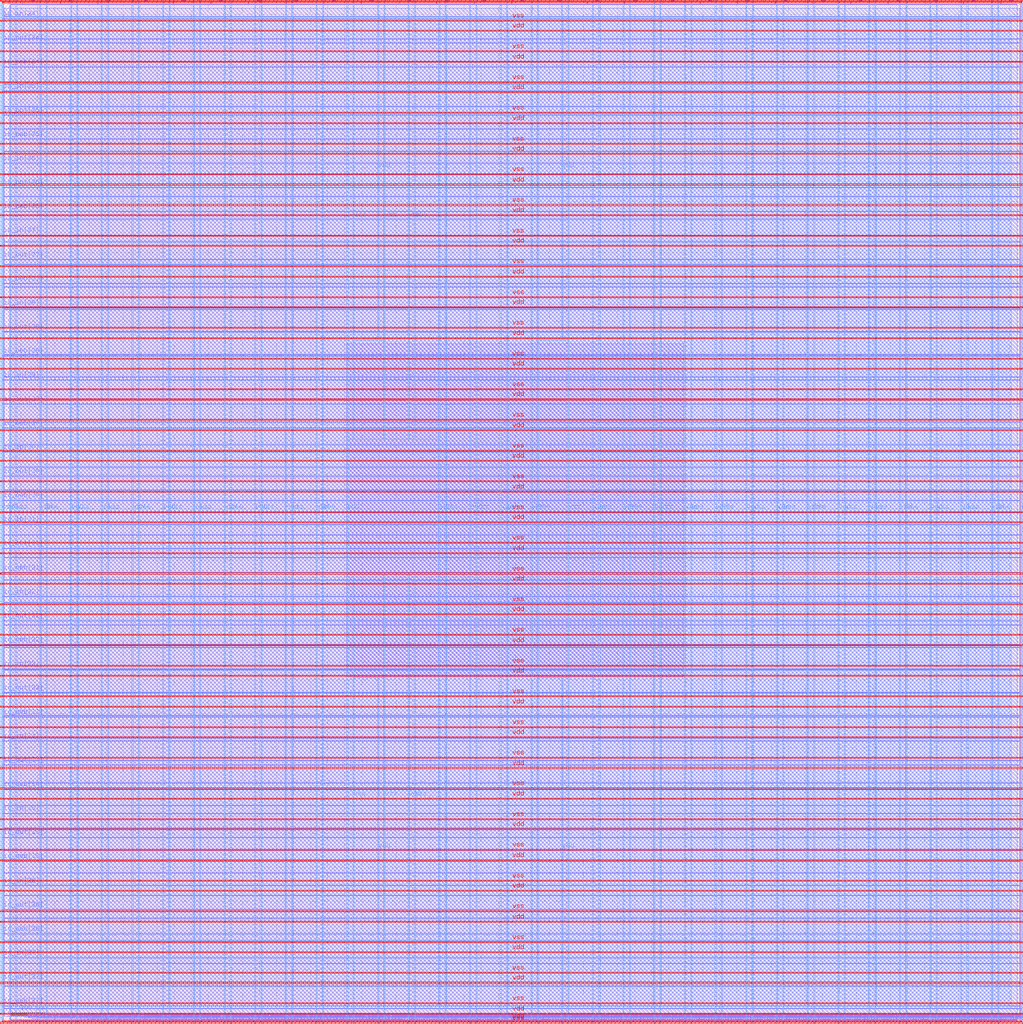
<source format=lef>
VERSION 5.7 ;
  NOWIREEXTENSIONATPIN ON ;
  DIVIDERCHAR "/" ;
  BUSBITCHARS "[]" ;
MACRO user_project_wrapper
  CLASS BLOCK ;
  FOREIGN user_project_wrapper ;
  ORIGIN 0.000 0.000 ;
  SIZE 2980.200 BY 2980.200 ;
  PIN io_in[0]
    DIRECTION INPUT ;
    USE SIGNAL ;
    PORT
      LAYER Metal3 ;
        RECT 2977.800 35.560 2985.000 36.680 ;
    END
  END io_in[0]
  PIN io_in[10]
    DIRECTION INPUT ;
    USE SIGNAL ;
    PORT
      LAYER Metal3 ;
        RECT 2977.800 2017.960 2985.000 2019.080 ;
    END
  END io_in[10]
  PIN io_in[11]
    DIRECTION INPUT ;
    USE SIGNAL ;
    PORT
      LAYER Metal3 ;
        RECT 2977.800 2216.200 2985.000 2217.320 ;
    END
  END io_in[11]
  PIN io_in[12]
    DIRECTION INPUT ;
    USE SIGNAL ;
    PORT
      LAYER Metal3 ;
        RECT 2977.800 2414.440 2985.000 2415.560 ;
    END
  END io_in[12]
  PIN io_in[13]
    DIRECTION INPUT ;
    USE SIGNAL ;
    PORT
      LAYER Metal3 ;
        RECT 2977.800 2612.680 2985.000 2613.800 ;
    END
  END io_in[13]
  PIN io_in[14]
    DIRECTION INPUT ;
    USE SIGNAL ;
    PORT
      LAYER Metal3 ;
        RECT 2977.800 2810.920 2985.000 2812.040 ;
    END
  END io_in[14]
  PIN io_in[15]
    DIRECTION INPUT ;
    USE SIGNAL ;
    PORT
      LAYER Metal2 ;
        RECT 2923.480 2977.800 2924.600 2985.000 ;
    END
  END io_in[15]
  PIN io_in[16]
    DIRECTION INPUT ;
    USE SIGNAL ;
    PORT
      LAYER Metal2 ;
        RECT 2592.520 2977.800 2593.640 2985.000 ;
    END
  END io_in[16]
  PIN io_in[17]
    DIRECTION INPUT ;
    USE SIGNAL ;
    PORT
      LAYER Metal2 ;
        RECT 2261.560 2977.800 2262.680 2985.000 ;
    END
  END io_in[17]
  PIN io_in[18]
    DIRECTION INPUT ;
    USE SIGNAL ;
    PORT
      LAYER Metal2 ;
        RECT 1930.600 2977.800 1931.720 2985.000 ;
    END
  END io_in[18]
  PIN io_in[19]
    DIRECTION INPUT ;
    USE SIGNAL ;
    PORT
      LAYER Metal2 ;
        RECT 1599.640 2977.800 1600.760 2985.000 ;
    END
  END io_in[19]
  PIN io_in[1]
    DIRECTION INPUT ;
    USE SIGNAL ;
    PORT
      LAYER Metal3 ;
        RECT 2977.800 233.800 2985.000 234.920 ;
    END
  END io_in[1]
  PIN io_in[20]
    DIRECTION INPUT ;
    USE SIGNAL ;
    PORT
      LAYER Metal2 ;
        RECT 1268.680 2977.800 1269.800 2985.000 ;
    END
  END io_in[20]
  PIN io_in[21]
    DIRECTION INPUT ;
    USE SIGNAL ;
    PORT
      LAYER Metal2 ;
        RECT 937.720 2977.800 938.840 2985.000 ;
    END
  END io_in[21]
  PIN io_in[22]
    DIRECTION INPUT ;
    USE SIGNAL ;
    PORT
      LAYER Metal2 ;
        RECT 606.760 2977.800 607.880 2985.000 ;
    END
  END io_in[22]
  PIN io_in[23]
    DIRECTION INPUT ;
    USE SIGNAL ;
    PORT
      LAYER Metal2 ;
        RECT 275.800 2977.800 276.920 2985.000 ;
    END
  END io_in[23]
  PIN io_in[24]
    DIRECTION INPUT ;
    USE SIGNAL ;
    PORT
      LAYER Metal3 ;
        RECT -4.800 2935.800 2.400 2936.920 ;
    END
  END io_in[24]
  PIN io_in[25]
    DIRECTION INPUT ;
    USE SIGNAL ;
    PORT
      LAYER Metal3 ;
        RECT -4.800 2724.120 2.400 2725.240 ;
    END
  END io_in[25]
  PIN io_in[26]
    DIRECTION INPUT ;
    USE SIGNAL ;
    PORT
      LAYER Metal3 ;
        RECT -4.800 2512.440 2.400 2513.560 ;
    END
  END io_in[26]
  PIN io_in[27]
    DIRECTION INPUT ;
    USE SIGNAL ;
    PORT
      LAYER Metal3 ;
        RECT -4.800 2300.760 2.400 2301.880 ;
    END
  END io_in[27]
  PIN io_in[28]
    DIRECTION INPUT ;
    USE SIGNAL ;
    PORT
      LAYER Metal3 ;
        RECT -4.800 2089.080 2.400 2090.200 ;
    END
  END io_in[28]
  PIN io_in[29]
    DIRECTION INPUT ;
    USE SIGNAL ;
    PORT
      LAYER Metal3 ;
        RECT -4.800 1877.400 2.400 1878.520 ;
    END
  END io_in[29]
  PIN io_in[2]
    DIRECTION INPUT ;
    USE SIGNAL ;
    PORT
      LAYER Metal3 ;
        RECT 2977.800 432.040 2985.000 433.160 ;
    END
  END io_in[2]
  PIN io_in[30]
    DIRECTION INPUT ;
    USE SIGNAL ;
    PORT
      LAYER Metal3 ;
        RECT -4.800 1665.720 2.400 1666.840 ;
    END
  END io_in[30]
  PIN io_in[31]
    DIRECTION INPUT ;
    USE SIGNAL ;
    PORT
      LAYER Metal3 ;
        RECT -4.800 1454.040 2.400 1455.160 ;
    END
  END io_in[31]
  PIN io_in[32]
    DIRECTION INPUT ;
    USE SIGNAL ;
    PORT
      LAYER Metal3 ;
        RECT -4.800 1242.360 2.400 1243.480 ;
    END
  END io_in[32]
  PIN io_in[33]
    DIRECTION INPUT ;
    USE SIGNAL ;
    PORT
      LAYER Metal3 ;
        RECT -4.800 1030.680 2.400 1031.800 ;
    END
  END io_in[33]
  PIN io_in[34]
    DIRECTION INPUT ;
    USE SIGNAL ;
    PORT
      LAYER Metal3 ;
        RECT -4.800 819.000 2.400 820.120 ;
    END
  END io_in[34]
  PIN io_in[35]
    DIRECTION INPUT ;
    USE SIGNAL ;
    PORT
      LAYER Metal3 ;
        RECT -4.800 607.320 2.400 608.440 ;
    END
  END io_in[35]
  PIN io_in[36]
    DIRECTION INPUT ;
    USE SIGNAL ;
    PORT
      LAYER Metal3 ;
        RECT -4.800 395.640 2.400 396.760 ;
    END
  END io_in[36]
  PIN io_in[37]
    DIRECTION INPUT ;
    USE SIGNAL ;
    PORT
      LAYER Metal3 ;
        RECT -4.800 183.960 2.400 185.080 ;
    END
  END io_in[37]
  PIN io_in[3]
    DIRECTION INPUT ;
    USE SIGNAL ;
    PORT
      LAYER Metal3 ;
        RECT 2977.800 630.280 2985.000 631.400 ;
    END
  END io_in[3]
  PIN io_in[4]
    DIRECTION INPUT ;
    USE SIGNAL ;
    PORT
      LAYER Metal3 ;
        RECT 2977.800 828.520 2985.000 829.640 ;
    END
  END io_in[4]
  PIN io_in[5]
    DIRECTION INPUT ;
    USE SIGNAL ;
    PORT
      LAYER Metal3 ;
        RECT 2977.800 1026.760 2985.000 1027.880 ;
    END
  END io_in[5]
  PIN io_in[6]
    DIRECTION INPUT ;
    USE SIGNAL ;
    PORT
      LAYER Metal3 ;
        RECT 2977.800 1225.000 2985.000 1226.120 ;
    END
  END io_in[6]
  PIN io_in[7]
    DIRECTION INPUT ;
    USE SIGNAL ;
    PORT
      LAYER Metal3 ;
        RECT 2977.800 1423.240 2985.000 1424.360 ;
    END
  END io_in[7]
  PIN io_in[8]
    DIRECTION INPUT ;
    USE SIGNAL ;
    PORT
      LAYER Metal3 ;
        RECT 2977.800 1621.480 2985.000 1622.600 ;
    END
  END io_in[8]
  PIN io_in[9]
    DIRECTION INPUT ;
    USE SIGNAL ;
    PORT
      LAYER Metal3 ;
        RECT 2977.800 1819.720 2985.000 1820.840 ;
    END
  END io_in[9]
  PIN io_oeb[0]
    DIRECTION OUTPUT TRISTATE ;
    USE SIGNAL ;
    PORT
      LAYER Metal3 ;
        RECT 2977.800 167.720 2985.000 168.840 ;
    END
  END io_oeb[0]
  PIN io_oeb[10]
    DIRECTION OUTPUT TRISTATE ;
    USE SIGNAL ;
    PORT
      LAYER Metal3 ;
        RECT 2977.800 2150.120 2985.000 2151.240 ;
    END
  END io_oeb[10]
  PIN io_oeb[11]
    DIRECTION OUTPUT TRISTATE ;
    USE SIGNAL ;
    PORT
      LAYER Metal3 ;
        RECT 2977.800 2348.360 2985.000 2349.480 ;
    END
  END io_oeb[11]
  PIN io_oeb[12]
    DIRECTION OUTPUT TRISTATE ;
    USE SIGNAL ;
    PORT
      LAYER Metal3 ;
        RECT 2977.800 2546.600 2985.000 2547.720 ;
    END
  END io_oeb[12]
  PIN io_oeb[13]
    DIRECTION OUTPUT TRISTATE ;
    USE SIGNAL ;
    PORT
      LAYER Metal3 ;
        RECT 2977.800 2744.840 2985.000 2745.960 ;
    END
  END io_oeb[13]
  PIN io_oeb[14]
    DIRECTION OUTPUT TRISTATE ;
    USE SIGNAL ;
    PORT
      LAYER Metal3 ;
        RECT 2977.800 2943.080 2985.000 2944.200 ;
    END
  END io_oeb[14]
  PIN io_oeb[15]
    DIRECTION OUTPUT TRISTATE ;
    USE SIGNAL ;
    PORT
      LAYER Metal2 ;
        RECT 2702.840 2977.800 2703.960 2985.000 ;
    END
  END io_oeb[15]
  PIN io_oeb[16]
    DIRECTION OUTPUT TRISTATE ;
    USE SIGNAL ;
    PORT
      LAYER Metal2 ;
        RECT 2371.880 2977.800 2373.000 2985.000 ;
    END
  END io_oeb[16]
  PIN io_oeb[17]
    DIRECTION OUTPUT TRISTATE ;
    USE SIGNAL ;
    PORT
      LAYER Metal2 ;
        RECT 2040.920 2977.800 2042.040 2985.000 ;
    END
  END io_oeb[17]
  PIN io_oeb[18]
    DIRECTION OUTPUT TRISTATE ;
    USE SIGNAL ;
    PORT
      LAYER Metal2 ;
        RECT 1709.960 2977.800 1711.080 2985.000 ;
    END
  END io_oeb[18]
  PIN io_oeb[19]
    DIRECTION OUTPUT TRISTATE ;
    USE SIGNAL ;
    PORT
      LAYER Metal2 ;
        RECT 1379.000 2977.800 1380.120 2985.000 ;
    END
  END io_oeb[19]
  PIN io_oeb[1]
    DIRECTION OUTPUT TRISTATE ;
    USE SIGNAL ;
    PORT
      LAYER Metal3 ;
        RECT 2977.800 365.960 2985.000 367.080 ;
    END
  END io_oeb[1]
  PIN io_oeb[20]
    DIRECTION OUTPUT TRISTATE ;
    USE SIGNAL ;
    PORT
      LAYER Metal2 ;
        RECT 1048.040 2977.800 1049.160 2985.000 ;
    END
  END io_oeb[20]
  PIN io_oeb[21]
    DIRECTION OUTPUT TRISTATE ;
    USE SIGNAL ;
    PORT
      LAYER Metal2 ;
        RECT 717.080 2977.800 718.200 2985.000 ;
    END
  END io_oeb[21]
  PIN io_oeb[22]
    DIRECTION OUTPUT TRISTATE ;
    USE SIGNAL ;
    PORT
      LAYER Metal2 ;
        RECT 386.120 2977.800 387.240 2985.000 ;
    END
  END io_oeb[22]
  PIN io_oeb[23]
    DIRECTION OUTPUT TRISTATE ;
    USE SIGNAL ;
    PORT
      LAYER Metal2 ;
        RECT 55.160 2977.800 56.280 2985.000 ;
    END
  END io_oeb[23]
  PIN io_oeb[24]
    DIRECTION OUTPUT TRISTATE ;
    USE SIGNAL ;
    PORT
      LAYER Metal3 ;
        RECT -4.800 2794.680 2.400 2795.800 ;
    END
  END io_oeb[24]
  PIN io_oeb[25]
    DIRECTION OUTPUT TRISTATE ;
    USE SIGNAL ;
    PORT
      LAYER Metal3 ;
        RECT -4.800 2583.000 2.400 2584.120 ;
    END
  END io_oeb[25]
  PIN io_oeb[26]
    DIRECTION OUTPUT TRISTATE ;
    USE SIGNAL ;
    PORT
      LAYER Metal3 ;
        RECT -4.800 2371.320 2.400 2372.440 ;
    END
  END io_oeb[26]
  PIN io_oeb[27]
    DIRECTION OUTPUT TRISTATE ;
    USE SIGNAL ;
    PORT
      LAYER Metal3 ;
        RECT -4.800 2159.640 2.400 2160.760 ;
    END
  END io_oeb[27]
  PIN io_oeb[28]
    DIRECTION OUTPUT TRISTATE ;
    USE SIGNAL ;
    PORT
      LAYER Metal3 ;
        RECT -4.800 1947.960 2.400 1949.080 ;
    END
  END io_oeb[28]
  PIN io_oeb[29]
    DIRECTION OUTPUT TRISTATE ;
    USE SIGNAL ;
    PORT
      LAYER Metal3 ;
        RECT -4.800 1736.280 2.400 1737.400 ;
    END
  END io_oeb[29]
  PIN io_oeb[2]
    DIRECTION OUTPUT TRISTATE ;
    USE SIGNAL ;
    PORT
      LAYER Metal3 ;
        RECT 2977.800 564.200 2985.000 565.320 ;
    END
  END io_oeb[2]
  PIN io_oeb[30]
    DIRECTION OUTPUT TRISTATE ;
    USE SIGNAL ;
    PORT
      LAYER Metal3 ;
        RECT -4.800 1524.600 2.400 1525.720 ;
    END
  END io_oeb[30]
  PIN io_oeb[31]
    DIRECTION OUTPUT TRISTATE ;
    USE SIGNAL ;
    PORT
      LAYER Metal3 ;
        RECT -4.800 1312.920 2.400 1314.040 ;
    END
  END io_oeb[31]
  PIN io_oeb[32]
    DIRECTION OUTPUT TRISTATE ;
    USE SIGNAL ;
    PORT
      LAYER Metal3 ;
        RECT -4.800 1101.240 2.400 1102.360 ;
    END
  END io_oeb[32]
  PIN io_oeb[33]
    DIRECTION OUTPUT TRISTATE ;
    USE SIGNAL ;
    PORT
      LAYER Metal3 ;
        RECT -4.800 889.560 2.400 890.680 ;
    END
  END io_oeb[33]
  PIN io_oeb[34]
    DIRECTION OUTPUT TRISTATE ;
    USE SIGNAL ;
    PORT
      LAYER Metal3 ;
        RECT -4.800 677.880 2.400 679.000 ;
    END
  END io_oeb[34]
  PIN io_oeb[35]
    DIRECTION OUTPUT TRISTATE ;
    USE SIGNAL ;
    PORT
      LAYER Metal3 ;
        RECT -4.800 466.200 2.400 467.320 ;
    END
  END io_oeb[35]
  PIN io_oeb[36]
    DIRECTION OUTPUT TRISTATE ;
    USE SIGNAL ;
    PORT
      LAYER Metal3 ;
        RECT -4.800 254.520 2.400 255.640 ;
    END
  END io_oeb[36]
  PIN io_oeb[37]
    DIRECTION OUTPUT TRISTATE ;
    USE SIGNAL ;
    PORT
      LAYER Metal3 ;
        RECT -4.800 42.840 2.400 43.960 ;
    END
  END io_oeb[37]
  PIN io_oeb[3]
    DIRECTION OUTPUT TRISTATE ;
    USE SIGNAL ;
    PORT
      LAYER Metal3 ;
        RECT 2977.800 762.440 2985.000 763.560 ;
    END
  END io_oeb[3]
  PIN io_oeb[4]
    DIRECTION OUTPUT TRISTATE ;
    USE SIGNAL ;
    PORT
      LAYER Metal3 ;
        RECT 2977.800 960.680 2985.000 961.800 ;
    END
  END io_oeb[4]
  PIN io_oeb[5]
    DIRECTION OUTPUT TRISTATE ;
    USE SIGNAL ;
    PORT
      LAYER Metal3 ;
        RECT 2977.800 1158.920 2985.000 1160.040 ;
    END
  END io_oeb[5]
  PIN io_oeb[6]
    DIRECTION OUTPUT TRISTATE ;
    USE SIGNAL ;
    PORT
      LAYER Metal3 ;
        RECT 2977.800 1357.160 2985.000 1358.280 ;
    END
  END io_oeb[6]
  PIN io_oeb[7]
    DIRECTION OUTPUT TRISTATE ;
    USE SIGNAL ;
    PORT
      LAYER Metal3 ;
        RECT 2977.800 1555.400 2985.000 1556.520 ;
    END
  END io_oeb[7]
  PIN io_oeb[8]
    DIRECTION OUTPUT TRISTATE ;
    USE SIGNAL ;
    PORT
      LAYER Metal3 ;
        RECT 2977.800 1753.640 2985.000 1754.760 ;
    END
  END io_oeb[8]
  PIN io_oeb[9]
    DIRECTION OUTPUT TRISTATE ;
    USE SIGNAL ;
    PORT
      LAYER Metal3 ;
        RECT 2977.800 1951.880 2985.000 1953.000 ;
    END
  END io_oeb[9]
  PIN io_out[0]
    DIRECTION OUTPUT TRISTATE ;
    USE SIGNAL ;
    PORT
      LAYER Metal3 ;
        RECT 2977.800 101.640 2985.000 102.760 ;
    END
  END io_out[0]
  PIN io_out[10]
    DIRECTION OUTPUT TRISTATE ;
    USE SIGNAL ;
    PORT
      LAYER Metal3 ;
        RECT 2977.800 2084.040 2985.000 2085.160 ;
    END
  END io_out[10]
  PIN io_out[11]
    DIRECTION OUTPUT TRISTATE ;
    USE SIGNAL ;
    PORT
      LAYER Metal3 ;
        RECT 2977.800 2282.280 2985.000 2283.400 ;
    END
  END io_out[11]
  PIN io_out[12]
    DIRECTION OUTPUT TRISTATE ;
    USE SIGNAL ;
    PORT
      LAYER Metal3 ;
        RECT 2977.800 2480.520 2985.000 2481.640 ;
    END
  END io_out[12]
  PIN io_out[13]
    DIRECTION OUTPUT TRISTATE ;
    USE SIGNAL ;
    PORT
      LAYER Metal3 ;
        RECT 2977.800 2678.760 2985.000 2679.880 ;
    END
  END io_out[13]
  PIN io_out[14]
    DIRECTION OUTPUT TRISTATE ;
    USE SIGNAL ;
    PORT
      LAYER Metal3 ;
        RECT 2977.800 2877.000 2985.000 2878.120 ;
    END
  END io_out[14]
  PIN io_out[15]
    DIRECTION OUTPUT TRISTATE ;
    USE SIGNAL ;
    PORT
      LAYER Metal2 ;
        RECT 2813.160 2977.800 2814.280 2985.000 ;
    END
  END io_out[15]
  PIN io_out[16]
    DIRECTION OUTPUT TRISTATE ;
    USE SIGNAL ;
    PORT
      LAYER Metal2 ;
        RECT 2482.200 2977.800 2483.320 2985.000 ;
    END
  END io_out[16]
  PIN io_out[17]
    DIRECTION OUTPUT TRISTATE ;
    USE SIGNAL ;
    PORT
      LAYER Metal2 ;
        RECT 2151.240 2977.800 2152.360 2985.000 ;
    END
  END io_out[17]
  PIN io_out[18]
    DIRECTION OUTPUT TRISTATE ;
    USE SIGNAL ;
    PORT
      LAYER Metal2 ;
        RECT 1820.280 2977.800 1821.400 2985.000 ;
    END
  END io_out[18]
  PIN io_out[19]
    DIRECTION OUTPUT TRISTATE ;
    USE SIGNAL ;
    PORT
      LAYER Metal2 ;
        RECT 1489.320 2977.800 1490.440 2985.000 ;
    END
  END io_out[19]
  PIN io_out[1]
    DIRECTION OUTPUT TRISTATE ;
    USE SIGNAL ;
    PORT
      LAYER Metal3 ;
        RECT 2977.800 299.880 2985.000 301.000 ;
    END
  END io_out[1]
  PIN io_out[20]
    DIRECTION OUTPUT TRISTATE ;
    USE SIGNAL ;
    PORT
      LAYER Metal2 ;
        RECT 1158.360 2977.800 1159.480 2985.000 ;
    END
  END io_out[20]
  PIN io_out[21]
    DIRECTION OUTPUT TRISTATE ;
    USE SIGNAL ;
    PORT
      LAYER Metal2 ;
        RECT 827.400 2977.800 828.520 2985.000 ;
    END
  END io_out[21]
  PIN io_out[22]
    DIRECTION OUTPUT TRISTATE ;
    USE SIGNAL ;
    PORT
      LAYER Metal2 ;
        RECT 496.440 2977.800 497.560 2985.000 ;
    END
  END io_out[22]
  PIN io_out[23]
    DIRECTION OUTPUT TRISTATE ;
    USE SIGNAL ;
    PORT
      LAYER Metal2 ;
        RECT 165.480 2977.800 166.600 2985.000 ;
    END
  END io_out[23]
  PIN io_out[24]
    DIRECTION OUTPUT TRISTATE ;
    USE SIGNAL ;
    PORT
      LAYER Metal3 ;
        RECT -4.800 2865.240 2.400 2866.360 ;
    END
  END io_out[24]
  PIN io_out[25]
    DIRECTION OUTPUT TRISTATE ;
    USE SIGNAL ;
    PORT
      LAYER Metal3 ;
        RECT -4.800 2653.560 2.400 2654.680 ;
    END
  END io_out[25]
  PIN io_out[26]
    DIRECTION OUTPUT TRISTATE ;
    USE SIGNAL ;
    PORT
      LAYER Metal3 ;
        RECT -4.800 2441.880 2.400 2443.000 ;
    END
  END io_out[26]
  PIN io_out[27]
    DIRECTION OUTPUT TRISTATE ;
    USE SIGNAL ;
    PORT
      LAYER Metal3 ;
        RECT -4.800 2230.200 2.400 2231.320 ;
    END
  END io_out[27]
  PIN io_out[28]
    DIRECTION OUTPUT TRISTATE ;
    USE SIGNAL ;
    PORT
      LAYER Metal3 ;
        RECT -4.800 2018.520 2.400 2019.640 ;
    END
  END io_out[28]
  PIN io_out[29]
    DIRECTION OUTPUT TRISTATE ;
    USE SIGNAL ;
    PORT
      LAYER Metal3 ;
        RECT -4.800 1806.840 2.400 1807.960 ;
    END
  END io_out[29]
  PIN io_out[2]
    DIRECTION OUTPUT TRISTATE ;
    USE SIGNAL ;
    PORT
      LAYER Metal3 ;
        RECT 2977.800 498.120 2985.000 499.240 ;
    END
  END io_out[2]
  PIN io_out[30]
    DIRECTION OUTPUT TRISTATE ;
    USE SIGNAL ;
    PORT
      LAYER Metal3 ;
        RECT -4.800 1595.160 2.400 1596.280 ;
    END
  END io_out[30]
  PIN io_out[31]
    DIRECTION OUTPUT TRISTATE ;
    USE SIGNAL ;
    PORT
      LAYER Metal3 ;
        RECT -4.800 1383.480 2.400 1384.600 ;
    END
  END io_out[31]
  PIN io_out[32]
    DIRECTION OUTPUT TRISTATE ;
    USE SIGNAL ;
    PORT
      LAYER Metal3 ;
        RECT -4.800 1171.800 2.400 1172.920 ;
    END
  END io_out[32]
  PIN io_out[33]
    DIRECTION OUTPUT TRISTATE ;
    USE SIGNAL ;
    PORT
      LAYER Metal3 ;
        RECT -4.800 960.120 2.400 961.240 ;
    END
  END io_out[33]
  PIN io_out[34]
    DIRECTION OUTPUT TRISTATE ;
    USE SIGNAL ;
    PORT
      LAYER Metal3 ;
        RECT -4.800 748.440 2.400 749.560 ;
    END
  END io_out[34]
  PIN io_out[35]
    DIRECTION OUTPUT TRISTATE ;
    USE SIGNAL ;
    PORT
      LAYER Metal3 ;
        RECT -4.800 536.760 2.400 537.880 ;
    END
  END io_out[35]
  PIN io_out[36]
    DIRECTION OUTPUT TRISTATE ;
    USE SIGNAL ;
    PORT
      LAYER Metal3 ;
        RECT -4.800 325.080 2.400 326.200 ;
    END
  END io_out[36]
  PIN io_out[37]
    DIRECTION OUTPUT TRISTATE ;
    USE SIGNAL ;
    PORT
      LAYER Metal3 ;
        RECT -4.800 113.400 2.400 114.520 ;
    END
  END io_out[37]
  PIN io_out[3]
    DIRECTION OUTPUT TRISTATE ;
    USE SIGNAL ;
    PORT
      LAYER Metal3 ;
        RECT 2977.800 696.360 2985.000 697.480 ;
    END
  END io_out[3]
  PIN io_out[4]
    DIRECTION OUTPUT TRISTATE ;
    USE SIGNAL ;
    PORT
      LAYER Metal3 ;
        RECT 2977.800 894.600 2985.000 895.720 ;
    END
  END io_out[4]
  PIN io_out[5]
    DIRECTION OUTPUT TRISTATE ;
    USE SIGNAL ;
    PORT
      LAYER Metal3 ;
        RECT 2977.800 1092.840 2985.000 1093.960 ;
    END
  END io_out[5]
  PIN io_out[6]
    DIRECTION OUTPUT TRISTATE ;
    USE SIGNAL ;
    PORT
      LAYER Metal3 ;
        RECT 2977.800 1291.080 2985.000 1292.200 ;
    END
  END io_out[6]
  PIN io_out[7]
    DIRECTION OUTPUT TRISTATE ;
    USE SIGNAL ;
    PORT
      LAYER Metal3 ;
        RECT 2977.800 1489.320 2985.000 1490.440 ;
    END
  END io_out[7]
  PIN io_out[8]
    DIRECTION OUTPUT TRISTATE ;
    USE SIGNAL ;
    PORT
      LAYER Metal3 ;
        RECT 2977.800 1687.560 2985.000 1688.680 ;
    END
  END io_out[8]
  PIN io_out[9]
    DIRECTION OUTPUT TRISTATE ;
    USE SIGNAL ;
    PORT
      LAYER Metal3 ;
        RECT 2977.800 1885.800 2985.000 1886.920 ;
    END
  END io_out[9]
  PIN la_data_in[0]
    DIRECTION INPUT ;
    USE SIGNAL ;
    PORT
      LAYER Metal2 ;
        RECT 1065.960 -4.800 1067.080 2.400 ;
    END
  END la_data_in[0]
  PIN la_data_in[10]
    DIRECTION INPUT ;
    USE SIGNAL ;
    PORT
      LAYER Metal2 ;
        RECT 1351.560 -4.800 1352.680 2.400 ;
    END
  END la_data_in[10]
  PIN la_data_in[11]
    DIRECTION INPUT ;
    USE SIGNAL ;
    PORT
      LAYER Metal2 ;
        RECT 1380.120 -4.800 1381.240 2.400 ;
    END
  END la_data_in[11]
  PIN la_data_in[12]
    DIRECTION INPUT ;
    USE SIGNAL ;
    PORT
      LAYER Metal2 ;
        RECT 1408.680 -4.800 1409.800 2.400 ;
    END
  END la_data_in[12]
  PIN la_data_in[13]
    DIRECTION INPUT ;
    USE SIGNAL ;
    PORT
      LAYER Metal2 ;
        RECT 1437.240 -4.800 1438.360 2.400 ;
    END
  END la_data_in[13]
  PIN la_data_in[14]
    DIRECTION INPUT ;
    USE SIGNAL ;
    PORT
      LAYER Metal2 ;
        RECT 1465.800 -4.800 1466.920 2.400 ;
    END
  END la_data_in[14]
  PIN la_data_in[15]
    DIRECTION INPUT ;
    USE SIGNAL ;
    PORT
      LAYER Metal2 ;
        RECT 1494.360 -4.800 1495.480 2.400 ;
    END
  END la_data_in[15]
  PIN la_data_in[16]
    DIRECTION INPUT ;
    USE SIGNAL ;
    PORT
      LAYER Metal2 ;
        RECT 1522.920 -4.800 1524.040 2.400 ;
    END
  END la_data_in[16]
  PIN la_data_in[17]
    DIRECTION INPUT ;
    USE SIGNAL ;
    PORT
      LAYER Metal2 ;
        RECT 1551.480 -4.800 1552.600 2.400 ;
    END
  END la_data_in[17]
  PIN la_data_in[18]
    DIRECTION INPUT ;
    USE SIGNAL ;
    PORT
      LAYER Metal2 ;
        RECT 1580.040 -4.800 1581.160 2.400 ;
    END
  END la_data_in[18]
  PIN la_data_in[19]
    DIRECTION INPUT ;
    USE SIGNAL ;
    PORT
      LAYER Metal2 ;
        RECT 1608.600 -4.800 1609.720 2.400 ;
    END
  END la_data_in[19]
  PIN la_data_in[1]
    DIRECTION INPUT ;
    USE SIGNAL ;
    PORT
      LAYER Metal2 ;
        RECT 1094.520 -4.800 1095.640 2.400 ;
    END
  END la_data_in[1]
  PIN la_data_in[20]
    DIRECTION INPUT ;
    USE SIGNAL ;
    PORT
      LAYER Metal2 ;
        RECT 1637.160 -4.800 1638.280 2.400 ;
    END
  END la_data_in[20]
  PIN la_data_in[21]
    DIRECTION INPUT ;
    USE SIGNAL ;
    PORT
      LAYER Metal2 ;
        RECT 1665.720 -4.800 1666.840 2.400 ;
    END
  END la_data_in[21]
  PIN la_data_in[22]
    DIRECTION INPUT ;
    USE SIGNAL ;
    PORT
      LAYER Metal2 ;
        RECT 1694.280 -4.800 1695.400 2.400 ;
    END
  END la_data_in[22]
  PIN la_data_in[23]
    DIRECTION INPUT ;
    USE SIGNAL ;
    PORT
      LAYER Metal2 ;
        RECT 1722.840 -4.800 1723.960 2.400 ;
    END
  END la_data_in[23]
  PIN la_data_in[24]
    DIRECTION INPUT ;
    USE SIGNAL ;
    PORT
      LAYER Metal2 ;
        RECT 1751.400 -4.800 1752.520 2.400 ;
    END
  END la_data_in[24]
  PIN la_data_in[25]
    DIRECTION INPUT ;
    USE SIGNAL ;
    PORT
      LAYER Metal2 ;
        RECT 1779.960 -4.800 1781.080 2.400 ;
    END
  END la_data_in[25]
  PIN la_data_in[26]
    DIRECTION INPUT ;
    USE SIGNAL ;
    PORT
      LAYER Metal2 ;
        RECT 1808.520 -4.800 1809.640 2.400 ;
    END
  END la_data_in[26]
  PIN la_data_in[27]
    DIRECTION INPUT ;
    USE SIGNAL ;
    PORT
      LAYER Metal2 ;
        RECT 1837.080 -4.800 1838.200 2.400 ;
    END
  END la_data_in[27]
  PIN la_data_in[28]
    DIRECTION INPUT ;
    USE SIGNAL ;
    PORT
      LAYER Metal2 ;
        RECT 1865.640 -4.800 1866.760 2.400 ;
    END
  END la_data_in[28]
  PIN la_data_in[29]
    DIRECTION INPUT ;
    USE SIGNAL ;
    PORT
      LAYER Metal2 ;
        RECT 1894.200 -4.800 1895.320 2.400 ;
    END
  END la_data_in[29]
  PIN la_data_in[2]
    DIRECTION INPUT ;
    USE SIGNAL ;
    PORT
      LAYER Metal2 ;
        RECT 1123.080 -4.800 1124.200 2.400 ;
    END
  END la_data_in[2]
  PIN la_data_in[30]
    DIRECTION INPUT ;
    USE SIGNAL ;
    PORT
      LAYER Metal2 ;
        RECT 1922.760 -4.800 1923.880 2.400 ;
    END
  END la_data_in[30]
  PIN la_data_in[31]
    DIRECTION INPUT ;
    USE SIGNAL ;
    PORT
      LAYER Metal2 ;
        RECT 1951.320 -4.800 1952.440 2.400 ;
    END
  END la_data_in[31]
  PIN la_data_in[32]
    DIRECTION INPUT ;
    USE SIGNAL ;
    PORT
      LAYER Metal2 ;
        RECT 1979.880 -4.800 1981.000 2.400 ;
    END
  END la_data_in[32]
  PIN la_data_in[33]
    DIRECTION INPUT ;
    USE SIGNAL ;
    PORT
      LAYER Metal2 ;
        RECT 2008.440 -4.800 2009.560 2.400 ;
    END
  END la_data_in[33]
  PIN la_data_in[34]
    DIRECTION INPUT ;
    USE SIGNAL ;
    PORT
      LAYER Metal2 ;
        RECT 2037.000 -4.800 2038.120 2.400 ;
    END
  END la_data_in[34]
  PIN la_data_in[35]
    DIRECTION INPUT ;
    USE SIGNAL ;
    PORT
      LAYER Metal2 ;
        RECT 2065.560 -4.800 2066.680 2.400 ;
    END
  END la_data_in[35]
  PIN la_data_in[36]
    DIRECTION INPUT ;
    USE SIGNAL ;
    PORT
      LAYER Metal2 ;
        RECT 2094.120 -4.800 2095.240 2.400 ;
    END
  END la_data_in[36]
  PIN la_data_in[37]
    DIRECTION INPUT ;
    USE SIGNAL ;
    PORT
      LAYER Metal2 ;
        RECT 2122.680 -4.800 2123.800 2.400 ;
    END
  END la_data_in[37]
  PIN la_data_in[38]
    DIRECTION INPUT ;
    USE SIGNAL ;
    PORT
      LAYER Metal2 ;
        RECT 2151.240 -4.800 2152.360 2.400 ;
    END
  END la_data_in[38]
  PIN la_data_in[39]
    DIRECTION INPUT ;
    USE SIGNAL ;
    PORT
      LAYER Metal2 ;
        RECT 2179.800 -4.800 2180.920 2.400 ;
    END
  END la_data_in[39]
  PIN la_data_in[3]
    DIRECTION INPUT ;
    USE SIGNAL ;
    PORT
      LAYER Metal2 ;
        RECT 1151.640 -4.800 1152.760 2.400 ;
    END
  END la_data_in[3]
  PIN la_data_in[40]
    DIRECTION INPUT ;
    USE SIGNAL ;
    PORT
      LAYER Metal2 ;
        RECT 2208.360 -4.800 2209.480 2.400 ;
    END
  END la_data_in[40]
  PIN la_data_in[41]
    DIRECTION INPUT ;
    USE SIGNAL ;
    PORT
      LAYER Metal2 ;
        RECT 2236.920 -4.800 2238.040 2.400 ;
    END
  END la_data_in[41]
  PIN la_data_in[42]
    DIRECTION INPUT ;
    USE SIGNAL ;
    PORT
      LAYER Metal2 ;
        RECT 2265.480 -4.800 2266.600 2.400 ;
    END
  END la_data_in[42]
  PIN la_data_in[43]
    DIRECTION INPUT ;
    USE SIGNAL ;
    PORT
      LAYER Metal2 ;
        RECT 2294.040 -4.800 2295.160 2.400 ;
    END
  END la_data_in[43]
  PIN la_data_in[44]
    DIRECTION INPUT ;
    USE SIGNAL ;
    PORT
      LAYER Metal2 ;
        RECT 2322.600 -4.800 2323.720 2.400 ;
    END
  END la_data_in[44]
  PIN la_data_in[45]
    DIRECTION INPUT ;
    USE SIGNAL ;
    PORT
      LAYER Metal2 ;
        RECT 2351.160 -4.800 2352.280 2.400 ;
    END
  END la_data_in[45]
  PIN la_data_in[46]
    DIRECTION INPUT ;
    USE SIGNAL ;
    PORT
      LAYER Metal2 ;
        RECT 2379.720 -4.800 2380.840 2.400 ;
    END
  END la_data_in[46]
  PIN la_data_in[47]
    DIRECTION INPUT ;
    USE SIGNAL ;
    PORT
      LAYER Metal2 ;
        RECT 2408.280 -4.800 2409.400 2.400 ;
    END
  END la_data_in[47]
  PIN la_data_in[48]
    DIRECTION INPUT ;
    USE SIGNAL ;
    PORT
      LAYER Metal2 ;
        RECT 2436.840 -4.800 2437.960 2.400 ;
    END
  END la_data_in[48]
  PIN la_data_in[49]
    DIRECTION INPUT ;
    USE SIGNAL ;
    PORT
      LAYER Metal2 ;
        RECT 2465.400 -4.800 2466.520 2.400 ;
    END
  END la_data_in[49]
  PIN la_data_in[4]
    DIRECTION INPUT ;
    USE SIGNAL ;
    PORT
      LAYER Metal2 ;
        RECT 1180.200 -4.800 1181.320 2.400 ;
    END
  END la_data_in[4]
  PIN la_data_in[50]
    DIRECTION INPUT ;
    USE SIGNAL ;
    PORT
      LAYER Metal2 ;
        RECT 2493.960 -4.800 2495.080 2.400 ;
    END
  END la_data_in[50]
  PIN la_data_in[51]
    DIRECTION INPUT ;
    USE SIGNAL ;
    PORT
      LAYER Metal2 ;
        RECT 2522.520 -4.800 2523.640 2.400 ;
    END
  END la_data_in[51]
  PIN la_data_in[52]
    DIRECTION INPUT ;
    USE SIGNAL ;
    PORT
      LAYER Metal2 ;
        RECT 2551.080 -4.800 2552.200 2.400 ;
    END
  END la_data_in[52]
  PIN la_data_in[53]
    DIRECTION INPUT ;
    USE SIGNAL ;
    PORT
      LAYER Metal2 ;
        RECT 2579.640 -4.800 2580.760 2.400 ;
    END
  END la_data_in[53]
  PIN la_data_in[54]
    DIRECTION INPUT ;
    USE SIGNAL ;
    PORT
      LAYER Metal2 ;
        RECT 2608.200 -4.800 2609.320 2.400 ;
    END
  END la_data_in[54]
  PIN la_data_in[55]
    DIRECTION INPUT ;
    USE SIGNAL ;
    PORT
      LAYER Metal2 ;
        RECT 2636.760 -4.800 2637.880 2.400 ;
    END
  END la_data_in[55]
  PIN la_data_in[56]
    DIRECTION INPUT ;
    USE SIGNAL ;
    PORT
      LAYER Metal2 ;
        RECT 2665.320 -4.800 2666.440 2.400 ;
    END
  END la_data_in[56]
  PIN la_data_in[57]
    DIRECTION INPUT ;
    USE SIGNAL ;
    PORT
      LAYER Metal2 ;
        RECT 2693.880 -4.800 2695.000 2.400 ;
    END
  END la_data_in[57]
  PIN la_data_in[58]
    DIRECTION INPUT ;
    USE SIGNAL ;
    PORT
      LAYER Metal2 ;
        RECT 2722.440 -4.800 2723.560 2.400 ;
    END
  END la_data_in[58]
  PIN la_data_in[59]
    DIRECTION INPUT ;
    USE SIGNAL ;
    PORT
      LAYER Metal2 ;
        RECT 2751.000 -4.800 2752.120 2.400 ;
    END
  END la_data_in[59]
  PIN la_data_in[5]
    DIRECTION INPUT ;
    USE SIGNAL ;
    PORT
      LAYER Metal2 ;
        RECT 1208.760 -4.800 1209.880 2.400 ;
    END
  END la_data_in[5]
  PIN la_data_in[60]
    DIRECTION INPUT ;
    USE SIGNAL ;
    PORT
      LAYER Metal2 ;
        RECT 2779.560 -4.800 2780.680 2.400 ;
    END
  END la_data_in[60]
  PIN la_data_in[61]
    DIRECTION INPUT ;
    USE SIGNAL ;
    PORT
      LAYER Metal2 ;
        RECT 2808.120 -4.800 2809.240 2.400 ;
    END
  END la_data_in[61]
  PIN la_data_in[62]
    DIRECTION INPUT ;
    USE SIGNAL ;
    PORT
      LAYER Metal2 ;
        RECT 2836.680 -4.800 2837.800 2.400 ;
    END
  END la_data_in[62]
  PIN la_data_in[63]
    DIRECTION INPUT ;
    USE SIGNAL ;
    PORT
      LAYER Metal2 ;
        RECT 2865.240 -4.800 2866.360 2.400 ;
    END
  END la_data_in[63]
  PIN la_data_in[6]
    DIRECTION INPUT ;
    USE SIGNAL ;
    PORT
      LAYER Metal2 ;
        RECT 1237.320 -4.800 1238.440 2.400 ;
    END
  END la_data_in[6]
  PIN la_data_in[7]
    DIRECTION INPUT ;
    USE SIGNAL ;
    PORT
      LAYER Metal2 ;
        RECT 1265.880 -4.800 1267.000 2.400 ;
    END
  END la_data_in[7]
  PIN la_data_in[8]
    DIRECTION INPUT ;
    USE SIGNAL ;
    PORT
      LAYER Metal2 ;
        RECT 1294.440 -4.800 1295.560 2.400 ;
    END
  END la_data_in[8]
  PIN la_data_in[9]
    DIRECTION INPUT ;
    USE SIGNAL ;
    PORT
      LAYER Metal2 ;
        RECT 1323.000 -4.800 1324.120 2.400 ;
    END
  END la_data_in[9]
  PIN la_data_out[0]
    DIRECTION OUTPUT TRISTATE ;
    USE SIGNAL ;
    PORT
      LAYER Metal2 ;
        RECT 1075.480 -4.800 1076.600 2.400 ;
    END
  END la_data_out[0]
  PIN la_data_out[10]
    DIRECTION OUTPUT TRISTATE ;
    USE SIGNAL ;
    PORT
      LAYER Metal2 ;
        RECT 1361.080 -4.800 1362.200 2.400 ;
    END
  END la_data_out[10]
  PIN la_data_out[11]
    DIRECTION OUTPUT TRISTATE ;
    USE SIGNAL ;
    PORT
      LAYER Metal2 ;
        RECT 1389.640 -4.800 1390.760 2.400 ;
    END
  END la_data_out[11]
  PIN la_data_out[12]
    DIRECTION OUTPUT TRISTATE ;
    USE SIGNAL ;
    PORT
      LAYER Metal2 ;
        RECT 1418.200 -4.800 1419.320 2.400 ;
    END
  END la_data_out[12]
  PIN la_data_out[13]
    DIRECTION OUTPUT TRISTATE ;
    USE SIGNAL ;
    PORT
      LAYER Metal2 ;
        RECT 1446.760 -4.800 1447.880 2.400 ;
    END
  END la_data_out[13]
  PIN la_data_out[14]
    DIRECTION OUTPUT TRISTATE ;
    USE SIGNAL ;
    PORT
      LAYER Metal2 ;
        RECT 1475.320 -4.800 1476.440 2.400 ;
    END
  END la_data_out[14]
  PIN la_data_out[15]
    DIRECTION OUTPUT TRISTATE ;
    USE SIGNAL ;
    PORT
      LAYER Metal2 ;
        RECT 1503.880 -4.800 1505.000 2.400 ;
    END
  END la_data_out[15]
  PIN la_data_out[16]
    DIRECTION OUTPUT TRISTATE ;
    USE SIGNAL ;
    PORT
      LAYER Metal2 ;
        RECT 1532.440 -4.800 1533.560 2.400 ;
    END
  END la_data_out[16]
  PIN la_data_out[17]
    DIRECTION OUTPUT TRISTATE ;
    USE SIGNAL ;
    PORT
      LAYER Metal2 ;
        RECT 1561.000 -4.800 1562.120 2.400 ;
    END
  END la_data_out[17]
  PIN la_data_out[18]
    DIRECTION OUTPUT TRISTATE ;
    USE SIGNAL ;
    PORT
      LAYER Metal2 ;
        RECT 1589.560 -4.800 1590.680 2.400 ;
    END
  END la_data_out[18]
  PIN la_data_out[19]
    DIRECTION OUTPUT TRISTATE ;
    USE SIGNAL ;
    PORT
      LAYER Metal2 ;
        RECT 1618.120 -4.800 1619.240 2.400 ;
    END
  END la_data_out[19]
  PIN la_data_out[1]
    DIRECTION OUTPUT TRISTATE ;
    USE SIGNAL ;
    PORT
      LAYER Metal2 ;
        RECT 1104.040 -4.800 1105.160 2.400 ;
    END
  END la_data_out[1]
  PIN la_data_out[20]
    DIRECTION OUTPUT TRISTATE ;
    USE SIGNAL ;
    PORT
      LAYER Metal2 ;
        RECT 1646.680 -4.800 1647.800 2.400 ;
    END
  END la_data_out[20]
  PIN la_data_out[21]
    DIRECTION OUTPUT TRISTATE ;
    USE SIGNAL ;
    PORT
      LAYER Metal2 ;
        RECT 1675.240 -4.800 1676.360 2.400 ;
    END
  END la_data_out[21]
  PIN la_data_out[22]
    DIRECTION OUTPUT TRISTATE ;
    USE SIGNAL ;
    PORT
      LAYER Metal2 ;
        RECT 1703.800 -4.800 1704.920 2.400 ;
    END
  END la_data_out[22]
  PIN la_data_out[23]
    DIRECTION OUTPUT TRISTATE ;
    USE SIGNAL ;
    PORT
      LAYER Metal2 ;
        RECT 1732.360 -4.800 1733.480 2.400 ;
    END
  END la_data_out[23]
  PIN la_data_out[24]
    DIRECTION OUTPUT TRISTATE ;
    USE SIGNAL ;
    PORT
      LAYER Metal2 ;
        RECT 1760.920 -4.800 1762.040 2.400 ;
    END
  END la_data_out[24]
  PIN la_data_out[25]
    DIRECTION OUTPUT TRISTATE ;
    USE SIGNAL ;
    PORT
      LAYER Metal2 ;
        RECT 1789.480 -4.800 1790.600 2.400 ;
    END
  END la_data_out[25]
  PIN la_data_out[26]
    DIRECTION OUTPUT TRISTATE ;
    USE SIGNAL ;
    PORT
      LAYER Metal2 ;
        RECT 1818.040 -4.800 1819.160 2.400 ;
    END
  END la_data_out[26]
  PIN la_data_out[27]
    DIRECTION OUTPUT TRISTATE ;
    USE SIGNAL ;
    PORT
      LAYER Metal2 ;
        RECT 1846.600 -4.800 1847.720 2.400 ;
    END
  END la_data_out[27]
  PIN la_data_out[28]
    DIRECTION OUTPUT TRISTATE ;
    USE SIGNAL ;
    PORT
      LAYER Metal2 ;
        RECT 1875.160 -4.800 1876.280 2.400 ;
    END
  END la_data_out[28]
  PIN la_data_out[29]
    DIRECTION OUTPUT TRISTATE ;
    USE SIGNAL ;
    PORT
      LAYER Metal2 ;
        RECT 1903.720 -4.800 1904.840 2.400 ;
    END
  END la_data_out[29]
  PIN la_data_out[2]
    DIRECTION OUTPUT TRISTATE ;
    USE SIGNAL ;
    PORT
      LAYER Metal2 ;
        RECT 1132.600 -4.800 1133.720 2.400 ;
    END
  END la_data_out[2]
  PIN la_data_out[30]
    DIRECTION OUTPUT TRISTATE ;
    USE SIGNAL ;
    PORT
      LAYER Metal2 ;
        RECT 1932.280 -4.800 1933.400 2.400 ;
    END
  END la_data_out[30]
  PIN la_data_out[31]
    DIRECTION OUTPUT TRISTATE ;
    USE SIGNAL ;
    PORT
      LAYER Metal2 ;
        RECT 1960.840 -4.800 1961.960 2.400 ;
    END
  END la_data_out[31]
  PIN la_data_out[32]
    DIRECTION OUTPUT TRISTATE ;
    USE SIGNAL ;
    PORT
      LAYER Metal2 ;
        RECT 1989.400 -4.800 1990.520 2.400 ;
    END
  END la_data_out[32]
  PIN la_data_out[33]
    DIRECTION OUTPUT TRISTATE ;
    USE SIGNAL ;
    PORT
      LAYER Metal2 ;
        RECT 2017.960 -4.800 2019.080 2.400 ;
    END
  END la_data_out[33]
  PIN la_data_out[34]
    DIRECTION OUTPUT TRISTATE ;
    USE SIGNAL ;
    PORT
      LAYER Metal2 ;
        RECT 2046.520 -4.800 2047.640 2.400 ;
    END
  END la_data_out[34]
  PIN la_data_out[35]
    DIRECTION OUTPUT TRISTATE ;
    USE SIGNAL ;
    PORT
      LAYER Metal2 ;
        RECT 2075.080 -4.800 2076.200 2.400 ;
    END
  END la_data_out[35]
  PIN la_data_out[36]
    DIRECTION OUTPUT TRISTATE ;
    USE SIGNAL ;
    PORT
      LAYER Metal2 ;
        RECT 2103.640 -4.800 2104.760 2.400 ;
    END
  END la_data_out[36]
  PIN la_data_out[37]
    DIRECTION OUTPUT TRISTATE ;
    USE SIGNAL ;
    PORT
      LAYER Metal2 ;
        RECT 2132.200 -4.800 2133.320 2.400 ;
    END
  END la_data_out[37]
  PIN la_data_out[38]
    DIRECTION OUTPUT TRISTATE ;
    USE SIGNAL ;
    PORT
      LAYER Metal2 ;
        RECT 2160.760 -4.800 2161.880 2.400 ;
    END
  END la_data_out[38]
  PIN la_data_out[39]
    DIRECTION OUTPUT TRISTATE ;
    USE SIGNAL ;
    PORT
      LAYER Metal2 ;
        RECT 2189.320 -4.800 2190.440 2.400 ;
    END
  END la_data_out[39]
  PIN la_data_out[3]
    DIRECTION OUTPUT TRISTATE ;
    USE SIGNAL ;
    PORT
      LAYER Metal2 ;
        RECT 1161.160 -4.800 1162.280 2.400 ;
    END
  END la_data_out[3]
  PIN la_data_out[40]
    DIRECTION OUTPUT TRISTATE ;
    USE SIGNAL ;
    PORT
      LAYER Metal2 ;
        RECT 2217.880 -4.800 2219.000 2.400 ;
    END
  END la_data_out[40]
  PIN la_data_out[41]
    DIRECTION OUTPUT TRISTATE ;
    USE SIGNAL ;
    PORT
      LAYER Metal2 ;
        RECT 2246.440 -4.800 2247.560 2.400 ;
    END
  END la_data_out[41]
  PIN la_data_out[42]
    DIRECTION OUTPUT TRISTATE ;
    USE SIGNAL ;
    PORT
      LAYER Metal2 ;
        RECT 2275.000 -4.800 2276.120 2.400 ;
    END
  END la_data_out[42]
  PIN la_data_out[43]
    DIRECTION OUTPUT TRISTATE ;
    USE SIGNAL ;
    PORT
      LAYER Metal2 ;
        RECT 2303.560 -4.800 2304.680 2.400 ;
    END
  END la_data_out[43]
  PIN la_data_out[44]
    DIRECTION OUTPUT TRISTATE ;
    USE SIGNAL ;
    PORT
      LAYER Metal2 ;
        RECT 2332.120 -4.800 2333.240 2.400 ;
    END
  END la_data_out[44]
  PIN la_data_out[45]
    DIRECTION OUTPUT TRISTATE ;
    USE SIGNAL ;
    PORT
      LAYER Metal2 ;
        RECT 2360.680 -4.800 2361.800 2.400 ;
    END
  END la_data_out[45]
  PIN la_data_out[46]
    DIRECTION OUTPUT TRISTATE ;
    USE SIGNAL ;
    PORT
      LAYER Metal2 ;
        RECT 2389.240 -4.800 2390.360 2.400 ;
    END
  END la_data_out[46]
  PIN la_data_out[47]
    DIRECTION OUTPUT TRISTATE ;
    USE SIGNAL ;
    PORT
      LAYER Metal2 ;
        RECT 2417.800 -4.800 2418.920 2.400 ;
    END
  END la_data_out[47]
  PIN la_data_out[48]
    DIRECTION OUTPUT TRISTATE ;
    USE SIGNAL ;
    PORT
      LAYER Metal2 ;
        RECT 2446.360 -4.800 2447.480 2.400 ;
    END
  END la_data_out[48]
  PIN la_data_out[49]
    DIRECTION OUTPUT TRISTATE ;
    USE SIGNAL ;
    PORT
      LAYER Metal2 ;
        RECT 2474.920 -4.800 2476.040 2.400 ;
    END
  END la_data_out[49]
  PIN la_data_out[4]
    DIRECTION OUTPUT TRISTATE ;
    USE SIGNAL ;
    PORT
      LAYER Metal2 ;
        RECT 1189.720 -4.800 1190.840 2.400 ;
    END
  END la_data_out[4]
  PIN la_data_out[50]
    DIRECTION OUTPUT TRISTATE ;
    USE SIGNAL ;
    PORT
      LAYER Metal2 ;
        RECT 2503.480 -4.800 2504.600 2.400 ;
    END
  END la_data_out[50]
  PIN la_data_out[51]
    DIRECTION OUTPUT TRISTATE ;
    USE SIGNAL ;
    PORT
      LAYER Metal2 ;
        RECT 2532.040 -4.800 2533.160 2.400 ;
    END
  END la_data_out[51]
  PIN la_data_out[52]
    DIRECTION OUTPUT TRISTATE ;
    USE SIGNAL ;
    PORT
      LAYER Metal2 ;
        RECT 2560.600 -4.800 2561.720 2.400 ;
    END
  END la_data_out[52]
  PIN la_data_out[53]
    DIRECTION OUTPUT TRISTATE ;
    USE SIGNAL ;
    PORT
      LAYER Metal2 ;
        RECT 2589.160 -4.800 2590.280 2.400 ;
    END
  END la_data_out[53]
  PIN la_data_out[54]
    DIRECTION OUTPUT TRISTATE ;
    USE SIGNAL ;
    PORT
      LAYER Metal2 ;
        RECT 2617.720 -4.800 2618.840 2.400 ;
    END
  END la_data_out[54]
  PIN la_data_out[55]
    DIRECTION OUTPUT TRISTATE ;
    USE SIGNAL ;
    PORT
      LAYER Metal2 ;
        RECT 2646.280 -4.800 2647.400 2.400 ;
    END
  END la_data_out[55]
  PIN la_data_out[56]
    DIRECTION OUTPUT TRISTATE ;
    USE SIGNAL ;
    PORT
      LAYER Metal2 ;
        RECT 2674.840 -4.800 2675.960 2.400 ;
    END
  END la_data_out[56]
  PIN la_data_out[57]
    DIRECTION OUTPUT TRISTATE ;
    USE SIGNAL ;
    PORT
      LAYER Metal2 ;
        RECT 2703.400 -4.800 2704.520 2.400 ;
    END
  END la_data_out[57]
  PIN la_data_out[58]
    DIRECTION OUTPUT TRISTATE ;
    USE SIGNAL ;
    PORT
      LAYER Metal2 ;
        RECT 2731.960 -4.800 2733.080 2.400 ;
    END
  END la_data_out[58]
  PIN la_data_out[59]
    DIRECTION OUTPUT TRISTATE ;
    USE SIGNAL ;
    PORT
      LAYER Metal2 ;
        RECT 2760.520 -4.800 2761.640 2.400 ;
    END
  END la_data_out[59]
  PIN la_data_out[5]
    DIRECTION OUTPUT TRISTATE ;
    USE SIGNAL ;
    PORT
      LAYER Metal2 ;
        RECT 1218.280 -4.800 1219.400 2.400 ;
    END
  END la_data_out[5]
  PIN la_data_out[60]
    DIRECTION OUTPUT TRISTATE ;
    USE SIGNAL ;
    PORT
      LAYER Metal2 ;
        RECT 2789.080 -4.800 2790.200 2.400 ;
    END
  END la_data_out[60]
  PIN la_data_out[61]
    DIRECTION OUTPUT TRISTATE ;
    USE SIGNAL ;
    PORT
      LAYER Metal2 ;
        RECT 2817.640 -4.800 2818.760 2.400 ;
    END
  END la_data_out[61]
  PIN la_data_out[62]
    DIRECTION OUTPUT TRISTATE ;
    USE SIGNAL ;
    PORT
      LAYER Metal2 ;
        RECT 2846.200 -4.800 2847.320 2.400 ;
    END
  END la_data_out[62]
  PIN la_data_out[63]
    DIRECTION OUTPUT TRISTATE ;
    USE SIGNAL ;
    PORT
      LAYER Metal2 ;
        RECT 2874.760 -4.800 2875.880 2.400 ;
    END
  END la_data_out[63]
  PIN la_data_out[6]
    DIRECTION OUTPUT TRISTATE ;
    USE SIGNAL ;
    PORT
      LAYER Metal2 ;
        RECT 1246.840 -4.800 1247.960 2.400 ;
    END
  END la_data_out[6]
  PIN la_data_out[7]
    DIRECTION OUTPUT TRISTATE ;
    USE SIGNAL ;
    PORT
      LAYER Metal2 ;
        RECT 1275.400 -4.800 1276.520 2.400 ;
    END
  END la_data_out[7]
  PIN la_data_out[8]
    DIRECTION OUTPUT TRISTATE ;
    USE SIGNAL ;
    PORT
      LAYER Metal2 ;
        RECT 1303.960 -4.800 1305.080 2.400 ;
    END
  END la_data_out[8]
  PIN la_data_out[9]
    DIRECTION OUTPUT TRISTATE ;
    USE SIGNAL ;
    PORT
      LAYER Metal2 ;
        RECT 1332.520 -4.800 1333.640 2.400 ;
    END
  END la_data_out[9]
  PIN la_oenb[0]
    DIRECTION INPUT ;
    USE SIGNAL ;
    PORT
      LAYER Metal2 ;
        RECT 1085.000 -4.800 1086.120 2.400 ;
    END
  END la_oenb[0]
  PIN la_oenb[10]
    DIRECTION INPUT ;
    USE SIGNAL ;
    PORT
      LAYER Metal2 ;
        RECT 1370.600 -4.800 1371.720 2.400 ;
    END
  END la_oenb[10]
  PIN la_oenb[11]
    DIRECTION INPUT ;
    USE SIGNAL ;
    PORT
      LAYER Metal2 ;
        RECT 1399.160 -4.800 1400.280 2.400 ;
    END
  END la_oenb[11]
  PIN la_oenb[12]
    DIRECTION INPUT ;
    USE SIGNAL ;
    PORT
      LAYER Metal2 ;
        RECT 1427.720 -4.800 1428.840 2.400 ;
    END
  END la_oenb[12]
  PIN la_oenb[13]
    DIRECTION INPUT ;
    USE SIGNAL ;
    PORT
      LAYER Metal2 ;
        RECT 1456.280 -4.800 1457.400 2.400 ;
    END
  END la_oenb[13]
  PIN la_oenb[14]
    DIRECTION INPUT ;
    USE SIGNAL ;
    PORT
      LAYER Metal2 ;
        RECT 1484.840 -4.800 1485.960 2.400 ;
    END
  END la_oenb[14]
  PIN la_oenb[15]
    DIRECTION INPUT ;
    USE SIGNAL ;
    PORT
      LAYER Metal2 ;
        RECT 1513.400 -4.800 1514.520 2.400 ;
    END
  END la_oenb[15]
  PIN la_oenb[16]
    DIRECTION INPUT ;
    USE SIGNAL ;
    PORT
      LAYER Metal2 ;
        RECT 1541.960 -4.800 1543.080 2.400 ;
    END
  END la_oenb[16]
  PIN la_oenb[17]
    DIRECTION INPUT ;
    USE SIGNAL ;
    PORT
      LAYER Metal2 ;
        RECT 1570.520 -4.800 1571.640 2.400 ;
    END
  END la_oenb[17]
  PIN la_oenb[18]
    DIRECTION INPUT ;
    USE SIGNAL ;
    PORT
      LAYER Metal2 ;
        RECT 1599.080 -4.800 1600.200 2.400 ;
    END
  END la_oenb[18]
  PIN la_oenb[19]
    DIRECTION INPUT ;
    USE SIGNAL ;
    PORT
      LAYER Metal2 ;
        RECT 1627.640 -4.800 1628.760 2.400 ;
    END
  END la_oenb[19]
  PIN la_oenb[1]
    DIRECTION INPUT ;
    USE SIGNAL ;
    PORT
      LAYER Metal2 ;
        RECT 1113.560 -4.800 1114.680 2.400 ;
    END
  END la_oenb[1]
  PIN la_oenb[20]
    DIRECTION INPUT ;
    USE SIGNAL ;
    PORT
      LAYER Metal2 ;
        RECT 1656.200 -4.800 1657.320 2.400 ;
    END
  END la_oenb[20]
  PIN la_oenb[21]
    DIRECTION INPUT ;
    USE SIGNAL ;
    PORT
      LAYER Metal2 ;
        RECT 1684.760 -4.800 1685.880 2.400 ;
    END
  END la_oenb[21]
  PIN la_oenb[22]
    DIRECTION INPUT ;
    USE SIGNAL ;
    PORT
      LAYER Metal2 ;
        RECT 1713.320 -4.800 1714.440 2.400 ;
    END
  END la_oenb[22]
  PIN la_oenb[23]
    DIRECTION INPUT ;
    USE SIGNAL ;
    PORT
      LAYER Metal2 ;
        RECT 1741.880 -4.800 1743.000 2.400 ;
    END
  END la_oenb[23]
  PIN la_oenb[24]
    DIRECTION INPUT ;
    USE SIGNAL ;
    PORT
      LAYER Metal2 ;
        RECT 1770.440 -4.800 1771.560 2.400 ;
    END
  END la_oenb[24]
  PIN la_oenb[25]
    DIRECTION INPUT ;
    USE SIGNAL ;
    PORT
      LAYER Metal2 ;
        RECT 1799.000 -4.800 1800.120 2.400 ;
    END
  END la_oenb[25]
  PIN la_oenb[26]
    DIRECTION INPUT ;
    USE SIGNAL ;
    PORT
      LAYER Metal2 ;
        RECT 1827.560 -4.800 1828.680 2.400 ;
    END
  END la_oenb[26]
  PIN la_oenb[27]
    DIRECTION INPUT ;
    USE SIGNAL ;
    PORT
      LAYER Metal2 ;
        RECT 1856.120 -4.800 1857.240 2.400 ;
    END
  END la_oenb[27]
  PIN la_oenb[28]
    DIRECTION INPUT ;
    USE SIGNAL ;
    PORT
      LAYER Metal2 ;
        RECT 1884.680 -4.800 1885.800 2.400 ;
    END
  END la_oenb[28]
  PIN la_oenb[29]
    DIRECTION INPUT ;
    USE SIGNAL ;
    PORT
      LAYER Metal2 ;
        RECT 1913.240 -4.800 1914.360 2.400 ;
    END
  END la_oenb[29]
  PIN la_oenb[2]
    DIRECTION INPUT ;
    USE SIGNAL ;
    PORT
      LAYER Metal2 ;
        RECT 1142.120 -4.800 1143.240 2.400 ;
    END
  END la_oenb[2]
  PIN la_oenb[30]
    DIRECTION INPUT ;
    USE SIGNAL ;
    PORT
      LAYER Metal2 ;
        RECT 1941.800 -4.800 1942.920 2.400 ;
    END
  END la_oenb[30]
  PIN la_oenb[31]
    DIRECTION INPUT ;
    USE SIGNAL ;
    PORT
      LAYER Metal2 ;
        RECT 1970.360 -4.800 1971.480 2.400 ;
    END
  END la_oenb[31]
  PIN la_oenb[32]
    DIRECTION INPUT ;
    USE SIGNAL ;
    PORT
      LAYER Metal2 ;
        RECT 1998.920 -4.800 2000.040 2.400 ;
    END
  END la_oenb[32]
  PIN la_oenb[33]
    DIRECTION INPUT ;
    USE SIGNAL ;
    PORT
      LAYER Metal2 ;
        RECT 2027.480 -4.800 2028.600 2.400 ;
    END
  END la_oenb[33]
  PIN la_oenb[34]
    DIRECTION INPUT ;
    USE SIGNAL ;
    PORT
      LAYER Metal2 ;
        RECT 2056.040 -4.800 2057.160 2.400 ;
    END
  END la_oenb[34]
  PIN la_oenb[35]
    DIRECTION INPUT ;
    USE SIGNAL ;
    PORT
      LAYER Metal2 ;
        RECT 2084.600 -4.800 2085.720 2.400 ;
    END
  END la_oenb[35]
  PIN la_oenb[36]
    DIRECTION INPUT ;
    USE SIGNAL ;
    PORT
      LAYER Metal2 ;
        RECT 2113.160 -4.800 2114.280 2.400 ;
    END
  END la_oenb[36]
  PIN la_oenb[37]
    DIRECTION INPUT ;
    USE SIGNAL ;
    PORT
      LAYER Metal2 ;
        RECT 2141.720 -4.800 2142.840 2.400 ;
    END
  END la_oenb[37]
  PIN la_oenb[38]
    DIRECTION INPUT ;
    USE SIGNAL ;
    PORT
      LAYER Metal2 ;
        RECT 2170.280 -4.800 2171.400 2.400 ;
    END
  END la_oenb[38]
  PIN la_oenb[39]
    DIRECTION INPUT ;
    USE SIGNAL ;
    PORT
      LAYER Metal2 ;
        RECT 2198.840 -4.800 2199.960 2.400 ;
    END
  END la_oenb[39]
  PIN la_oenb[3]
    DIRECTION INPUT ;
    USE SIGNAL ;
    PORT
      LAYER Metal2 ;
        RECT 1170.680 -4.800 1171.800 2.400 ;
    END
  END la_oenb[3]
  PIN la_oenb[40]
    DIRECTION INPUT ;
    USE SIGNAL ;
    PORT
      LAYER Metal2 ;
        RECT 2227.400 -4.800 2228.520 2.400 ;
    END
  END la_oenb[40]
  PIN la_oenb[41]
    DIRECTION INPUT ;
    USE SIGNAL ;
    PORT
      LAYER Metal2 ;
        RECT 2255.960 -4.800 2257.080 2.400 ;
    END
  END la_oenb[41]
  PIN la_oenb[42]
    DIRECTION INPUT ;
    USE SIGNAL ;
    PORT
      LAYER Metal2 ;
        RECT 2284.520 -4.800 2285.640 2.400 ;
    END
  END la_oenb[42]
  PIN la_oenb[43]
    DIRECTION INPUT ;
    USE SIGNAL ;
    PORT
      LAYER Metal2 ;
        RECT 2313.080 -4.800 2314.200 2.400 ;
    END
  END la_oenb[43]
  PIN la_oenb[44]
    DIRECTION INPUT ;
    USE SIGNAL ;
    PORT
      LAYER Metal2 ;
        RECT 2341.640 -4.800 2342.760 2.400 ;
    END
  END la_oenb[44]
  PIN la_oenb[45]
    DIRECTION INPUT ;
    USE SIGNAL ;
    PORT
      LAYER Metal2 ;
        RECT 2370.200 -4.800 2371.320 2.400 ;
    END
  END la_oenb[45]
  PIN la_oenb[46]
    DIRECTION INPUT ;
    USE SIGNAL ;
    PORT
      LAYER Metal2 ;
        RECT 2398.760 -4.800 2399.880 2.400 ;
    END
  END la_oenb[46]
  PIN la_oenb[47]
    DIRECTION INPUT ;
    USE SIGNAL ;
    PORT
      LAYER Metal2 ;
        RECT 2427.320 -4.800 2428.440 2.400 ;
    END
  END la_oenb[47]
  PIN la_oenb[48]
    DIRECTION INPUT ;
    USE SIGNAL ;
    PORT
      LAYER Metal2 ;
        RECT 2455.880 -4.800 2457.000 2.400 ;
    END
  END la_oenb[48]
  PIN la_oenb[49]
    DIRECTION INPUT ;
    USE SIGNAL ;
    PORT
      LAYER Metal2 ;
        RECT 2484.440 -4.800 2485.560 2.400 ;
    END
  END la_oenb[49]
  PIN la_oenb[4]
    DIRECTION INPUT ;
    USE SIGNAL ;
    PORT
      LAYER Metal2 ;
        RECT 1199.240 -4.800 1200.360 2.400 ;
    END
  END la_oenb[4]
  PIN la_oenb[50]
    DIRECTION INPUT ;
    USE SIGNAL ;
    PORT
      LAYER Metal2 ;
        RECT 2513.000 -4.800 2514.120 2.400 ;
    END
  END la_oenb[50]
  PIN la_oenb[51]
    DIRECTION INPUT ;
    USE SIGNAL ;
    PORT
      LAYER Metal2 ;
        RECT 2541.560 -4.800 2542.680 2.400 ;
    END
  END la_oenb[51]
  PIN la_oenb[52]
    DIRECTION INPUT ;
    USE SIGNAL ;
    PORT
      LAYER Metal2 ;
        RECT 2570.120 -4.800 2571.240 2.400 ;
    END
  END la_oenb[52]
  PIN la_oenb[53]
    DIRECTION INPUT ;
    USE SIGNAL ;
    PORT
      LAYER Metal2 ;
        RECT 2598.680 -4.800 2599.800 2.400 ;
    END
  END la_oenb[53]
  PIN la_oenb[54]
    DIRECTION INPUT ;
    USE SIGNAL ;
    PORT
      LAYER Metal2 ;
        RECT 2627.240 -4.800 2628.360 2.400 ;
    END
  END la_oenb[54]
  PIN la_oenb[55]
    DIRECTION INPUT ;
    USE SIGNAL ;
    PORT
      LAYER Metal2 ;
        RECT 2655.800 -4.800 2656.920 2.400 ;
    END
  END la_oenb[55]
  PIN la_oenb[56]
    DIRECTION INPUT ;
    USE SIGNAL ;
    PORT
      LAYER Metal2 ;
        RECT 2684.360 -4.800 2685.480 2.400 ;
    END
  END la_oenb[56]
  PIN la_oenb[57]
    DIRECTION INPUT ;
    USE SIGNAL ;
    PORT
      LAYER Metal2 ;
        RECT 2712.920 -4.800 2714.040 2.400 ;
    END
  END la_oenb[57]
  PIN la_oenb[58]
    DIRECTION INPUT ;
    USE SIGNAL ;
    PORT
      LAYER Metal2 ;
        RECT 2741.480 -4.800 2742.600 2.400 ;
    END
  END la_oenb[58]
  PIN la_oenb[59]
    DIRECTION INPUT ;
    USE SIGNAL ;
    PORT
      LAYER Metal2 ;
        RECT 2770.040 -4.800 2771.160 2.400 ;
    END
  END la_oenb[59]
  PIN la_oenb[5]
    DIRECTION INPUT ;
    USE SIGNAL ;
    PORT
      LAYER Metal2 ;
        RECT 1227.800 -4.800 1228.920 2.400 ;
    END
  END la_oenb[5]
  PIN la_oenb[60]
    DIRECTION INPUT ;
    USE SIGNAL ;
    PORT
      LAYER Metal2 ;
        RECT 2798.600 -4.800 2799.720 2.400 ;
    END
  END la_oenb[60]
  PIN la_oenb[61]
    DIRECTION INPUT ;
    USE SIGNAL ;
    PORT
      LAYER Metal2 ;
        RECT 2827.160 -4.800 2828.280 2.400 ;
    END
  END la_oenb[61]
  PIN la_oenb[62]
    DIRECTION INPUT ;
    USE SIGNAL ;
    PORT
      LAYER Metal2 ;
        RECT 2855.720 -4.800 2856.840 2.400 ;
    END
  END la_oenb[62]
  PIN la_oenb[63]
    DIRECTION INPUT ;
    USE SIGNAL ;
    PORT
      LAYER Metal2 ;
        RECT 2884.280 -4.800 2885.400 2.400 ;
    END
  END la_oenb[63]
  PIN la_oenb[6]
    DIRECTION INPUT ;
    USE SIGNAL ;
    PORT
      LAYER Metal2 ;
        RECT 1256.360 -4.800 1257.480 2.400 ;
    END
  END la_oenb[6]
  PIN la_oenb[7]
    DIRECTION INPUT ;
    USE SIGNAL ;
    PORT
      LAYER Metal2 ;
        RECT 1284.920 -4.800 1286.040 2.400 ;
    END
  END la_oenb[7]
  PIN la_oenb[8]
    DIRECTION INPUT ;
    USE SIGNAL ;
    PORT
      LAYER Metal2 ;
        RECT 1313.480 -4.800 1314.600 2.400 ;
    END
  END la_oenb[8]
  PIN la_oenb[9]
    DIRECTION INPUT ;
    USE SIGNAL ;
    PORT
      LAYER Metal2 ;
        RECT 1342.040 -4.800 1343.160 2.400 ;
    END
  END la_oenb[9]
  PIN user_clock2
    DIRECTION INPUT ;
    USE SIGNAL ;
    PORT
      LAYER Metal2 ;
        RECT 2893.800 -4.800 2894.920 2.400 ;
    END
  END user_clock2
  PIN user_irq[0]
    DIRECTION OUTPUT TRISTATE ;
    USE SIGNAL ;
    PORT
      LAYER Metal2 ;
        RECT 2903.320 -4.800 2904.440 2.400 ;
    END
  END user_irq[0]
  PIN user_irq[1]
    DIRECTION OUTPUT TRISTATE ;
    USE SIGNAL ;
    PORT
      LAYER Metal2 ;
        RECT 2912.840 -4.800 2913.960 2.400 ;
    END
  END user_irq[1]
  PIN user_irq[2]
    DIRECTION OUTPUT TRISTATE ;
    USE SIGNAL ;
    PORT
      LAYER Metal2 ;
        RECT 2922.360 -4.800 2923.480 2.400 ;
    END
  END user_irq[2]
  PIN vdd
    DIRECTION INOUT ;
    USE POWER ;
    PORT
      LAYER Metal4 ;
        RECT -4.780 -3.420 -1.680 2986.540 ;
    END
    PORT
      LAYER Metal5 ;
        RECT -4.780 -3.420 2985.100 -0.320 ;
    END
    PORT
      LAYER Metal5 ;
        RECT -4.780 2983.440 2985.100 2986.540 ;
    END
    PORT
      LAYER Metal4 ;
        RECT 2982.000 -3.420 2985.100 2986.540 ;
    END
    PORT
      LAYER Metal4 ;
        RECT 15.770 -8.220 18.870 2991.340 ;
    END
    PORT
      LAYER Metal4 ;
        RECT 105.770 -8.220 108.870 2991.340 ;
    END
    PORT
      LAYER Metal4 ;
        RECT 195.770 -8.220 198.870 2991.340 ;
    END
    PORT
      LAYER Metal4 ;
        RECT 285.770 -8.220 288.870 2991.340 ;
    END
    PORT
      LAYER Metal4 ;
        RECT 375.770 -8.220 378.870 2991.340 ;
    END
    PORT
      LAYER Metal4 ;
        RECT 465.770 -8.220 468.870 2991.340 ;
    END
    PORT
      LAYER Metal4 ;
        RECT 555.770 -8.220 558.870 2991.340 ;
    END
    PORT
      LAYER Metal4 ;
        RECT 645.770 -8.220 648.870 2991.340 ;
    END
    PORT
      LAYER Metal4 ;
        RECT 735.770 -8.220 738.870 2991.340 ;
    END
    PORT
      LAYER Metal4 ;
        RECT 825.770 -8.220 828.870 2991.340 ;
    END
    PORT
      LAYER Metal4 ;
        RECT 915.770 -8.220 918.870 2991.340 ;
    END
    PORT
      LAYER Metal4 ;
        RECT 1005.770 -8.220 1008.870 2991.340 ;
    END
    PORT
      LAYER Metal4 ;
        RECT 1095.770 -8.220 1098.870 1005.100 ;
    END
    PORT
      LAYER Metal4 ;
        RECT 1095.770 1994.500 1098.870 2991.340 ;
    END
    PORT
      LAYER Metal4 ;
        RECT 1185.770 -8.220 1188.870 1308.450 ;
    END
    PORT
      LAYER Metal4 ;
        RECT 1185.770 1704.030 1188.870 2991.340 ;
    END
    PORT
      LAYER Metal4 ;
        RECT 1275.770 -8.220 1278.870 2991.340 ;
    END
    PORT
      LAYER Metal4 ;
        RECT 1365.770 -8.220 1368.870 2991.340 ;
    END
    PORT
      LAYER Metal4 ;
        RECT 1455.770 -8.220 1458.870 2991.340 ;
    END
    PORT
      LAYER Metal4 ;
        RECT 1545.770 -8.220 1548.870 2991.340 ;
    END
    PORT
      LAYER Metal4 ;
        RECT 1635.770 -8.220 1638.870 1005.100 ;
    END
    PORT
      LAYER Metal4 ;
        RECT 1635.770 1994.500 1638.870 2991.340 ;
    END
    PORT
      LAYER Metal4 ;
        RECT 1725.770 -8.220 1728.870 2991.340 ;
    END
    PORT
      LAYER Metal4 ;
        RECT 1815.770 -8.220 1818.870 2991.340 ;
    END
    PORT
      LAYER Metal4 ;
        RECT 1905.770 -8.220 1908.870 2991.340 ;
    END
    PORT
      LAYER Metal4 ;
        RECT 1995.770 -8.220 1998.870 2991.340 ;
    END
    PORT
      LAYER Metal4 ;
        RECT 2085.770 -8.220 2088.870 2991.340 ;
    END
    PORT
      LAYER Metal4 ;
        RECT 2175.770 -8.220 2178.870 2991.340 ;
    END
    PORT
      LAYER Metal4 ;
        RECT 2265.770 -8.220 2268.870 2991.340 ;
    END
    PORT
      LAYER Metal4 ;
        RECT 2355.770 -8.220 2358.870 2991.340 ;
    END
    PORT
      LAYER Metal4 ;
        RECT 2445.770 -8.220 2448.870 2991.340 ;
    END
    PORT
      LAYER Metal4 ;
        RECT 2535.770 -8.220 2538.870 2991.340 ;
    END
    PORT
      LAYER Metal4 ;
        RECT 2625.770 -8.220 2628.870 2991.340 ;
    END
    PORT
      LAYER Metal4 ;
        RECT 2715.770 -8.220 2718.870 2991.340 ;
    END
    PORT
      LAYER Metal4 ;
        RECT 2805.770 -8.220 2808.870 2991.340 ;
    END
    PORT
      LAYER Metal4 ;
        RECT 2895.770 -8.220 2898.870 2991.340 ;
    END
    PORT
      LAYER Metal5 ;
        RECT -9.580 19.130 2989.900 22.230 ;
    END
    PORT
      LAYER Metal5 ;
        RECT -9.580 109.130 2989.900 112.230 ;
    END
    PORT
      LAYER Metal5 ;
        RECT -9.580 199.130 2989.900 202.230 ;
    END
    PORT
      LAYER Metal5 ;
        RECT -9.580 289.130 2989.900 292.230 ;
    END
    PORT
      LAYER Metal5 ;
        RECT -9.580 379.130 2989.900 382.230 ;
    END
    PORT
      LAYER Metal5 ;
        RECT -9.580 469.130 2989.900 472.230 ;
    END
    PORT
      LAYER Metal5 ;
        RECT -9.580 559.130 2989.900 562.230 ;
    END
    PORT
      LAYER Metal5 ;
        RECT -9.580 649.130 2989.900 652.230 ;
    END
    PORT
      LAYER Metal5 ;
        RECT -9.580 739.130 2989.900 742.230 ;
    END
    PORT
      LAYER Metal5 ;
        RECT -9.580 829.130 2989.900 832.230 ;
    END
    PORT
      LAYER Metal5 ;
        RECT -9.580 919.130 2989.900 922.230 ;
    END
    PORT
      LAYER Metal5 ;
        RECT -9.580 1009.130 2989.900 1012.230 ;
    END
    PORT
      LAYER Metal5 ;
        RECT -9.580 1099.130 2989.900 1102.230 ;
    END
    PORT
      LAYER Metal5 ;
        RECT -9.580 1189.130 2989.900 1192.230 ;
    END
    PORT
      LAYER Metal5 ;
        RECT -9.580 1279.130 2989.900 1282.230 ;
    END
    PORT
      LAYER Metal5 ;
        RECT -9.580 1369.130 2989.900 1372.230 ;
    END
    PORT
      LAYER Metal5 ;
        RECT -9.580 1459.130 2989.900 1462.230 ;
    END
    PORT
      LAYER Metal5 ;
        RECT -9.580 1549.130 2989.900 1552.230 ;
    END
    PORT
      LAYER Metal5 ;
        RECT -9.580 1639.130 2989.900 1642.230 ;
    END
    PORT
      LAYER Metal5 ;
        RECT -9.580 1729.130 2989.900 1732.230 ;
    END
    PORT
      LAYER Metal5 ;
        RECT -9.580 1819.130 2989.900 1822.230 ;
    END
    PORT
      LAYER Metal5 ;
        RECT -9.580 1909.130 2989.900 1912.230 ;
    END
    PORT
      LAYER Metal5 ;
        RECT -9.580 1999.130 2989.900 2002.230 ;
    END
    PORT
      LAYER Metal5 ;
        RECT -9.580 2089.130 2989.900 2092.230 ;
    END
    PORT
      LAYER Metal5 ;
        RECT -9.580 2179.130 2989.900 2182.230 ;
    END
    PORT
      LAYER Metal5 ;
        RECT -9.580 2269.130 2989.900 2272.230 ;
    END
    PORT
      LAYER Metal5 ;
        RECT -9.580 2359.130 2989.900 2362.230 ;
    END
    PORT
      LAYER Metal5 ;
        RECT -9.580 2449.130 2989.900 2452.230 ;
    END
    PORT
      LAYER Metal5 ;
        RECT -9.580 2539.130 2989.900 2542.230 ;
    END
    PORT
      LAYER Metal5 ;
        RECT -9.580 2629.130 2989.900 2632.230 ;
    END
    PORT
      LAYER Metal5 ;
        RECT -9.580 2719.130 2989.900 2722.230 ;
    END
    PORT
      LAYER Metal5 ;
        RECT -9.580 2809.130 2989.900 2812.230 ;
    END
    PORT
      LAYER Metal5 ;
        RECT -9.580 2899.130 2989.900 2902.230 ;
    END
  END vdd
  PIN vss
    DIRECTION INOUT ;
    USE GROUND ;
    PORT
      LAYER Metal4 ;
        RECT -9.580 -8.220 -6.480 2991.340 ;
    END
    PORT
      LAYER Metal5 ;
        RECT -9.580 -8.220 2989.900 -5.120 ;
    END
    PORT
      LAYER Metal5 ;
        RECT -9.580 2988.240 2989.900 2991.340 ;
    END
    PORT
      LAYER Metal4 ;
        RECT 2986.800 -8.220 2989.900 2991.340 ;
    END
    PORT
      LAYER Metal4 ;
        RECT 34.370 -8.220 37.470 2991.340 ;
    END
    PORT
      LAYER Metal4 ;
        RECT 124.370 -8.220 127.470 2991.340 ;
    END
    PORT
      LAYER Metal4 ;
        RECT 214.370 -8.220 217.470 2991.340 ;
    END
    PORT
      LAYER Metal4 ;
        RECT 304.370 -8.220 307.470 2991.340 ;
    END
    PORT
      LAYER Metal4 ;
        RECT 394.370 -8.220 397.470 2991.340 ;
    END
    PORT
      LAYER Metal4 ;
        RECT 484.370 -8.220 487.470 2991.340 ;
    END
    PORT
      LAYER Metal4 ;
        RECT 574.370 -8.220 577.470 2991.340 ;
    END
    PORT
      LAYER Metal4 ;
        RECT 664.370 -8.220 667.470 2991.340 ;
    END
    PORT
      LAYER Metal4 ;
        RECT 754.370 -8.220 757.470 2991.340 ;
    END
    PORT
      LAYER Metal4 ;
        RECT 844.370 -8.220 847.470 2991.340 ;
    END
    PORT
      LAYER Metal4 ;
        RECT 934.370 -8.220 937.470 2991.340 ;
    END
    PORT
      LAYER Metal4 ;
        RECT 1024.370 -8.220 1027.470 1308.450 ;
    END
    PORT
      LAYER Metal4 ;
        RECT 1024.370 1704.030 1027.470 2991.340 ;
    END
    PORT
      LAYER Metal4 ;
        RECT 1114.370 -8.220 1117.470 1308.450 ;
    END
    PORT
      LAYER Metal4 ;
        RECT 1114.370 1704.030 1117.470 2991.340 ;
    END
    PORT
      LAYER Metal4 ;
        RECT 1204.370 -8.220 1207.470 1308.450 ;
    END
    PORT
      LAYER Metal4 ;
        RECT 1204.370 1704.030 1207.470 2991.340 ;
    END
    PORT
      LAYER Metal4 ;
        RECT 1294.370 -8.220 1297.470 2991.340 ;
    END
    PORT
      LAYER Metal4 ;
        RECT 1384.370 -8.220 1387.470 2991.340 ;
    END
    PORT
      LAYER Metal4 ;
        RECT 1474.370 -8.220 1477.470 2991.340 ;
    END
    PORT
      LAYER Metal4 ;
        RECT 1564.370 -8.220 1567.470 2991.340 ;
    END
    PORT
      LAYER Metal4 ;
        RECT 1654.370 -8.220 1657.470 2991.340 ;
    END
    PORT
      LAYER Metal4 ;
        RECT 1744.370 -8.220 1747.470 2991.340 ;
    END
    PORT
      LAYER Metal4 ;
        RECT 1834.370 -8.220 1837.470 2991.340 ;
    END
    PORT
      LAYER Metal4 ;
        RECT 1924.370 -8.220 1927.470 2991.340 ;
    END
    PORT
      LAYER Metal4 ;
        RECT 2014.370 -8.220 2017.470 2991.340 ;
    END
    PORT
      LAYER Metal4 ;
        RECT 2104.370 -8.220 2107.470 2991.340 ;
    END
    PORT
      LAYER Metal4 ;
        RECT 2194.370 -8.220 2197.470 2991.340 ;
    END
    PORT
      LAYER Metal4 ;
        RECT 2284.370 -8.220 2287.470 2991.340 ;
    END
    PORT
      LAYER Metal4 ;
        RECT 2374.370 -8.220 2377.470 2991.340 ;
    END
    PORT
      LAYER Metal4 ;
        RECT 2464.370 -8.220 2467.470 2991.340 ;
    END
    PORT
      LAYER Metal4 ;
        RECT 2554.370 -8.220 2557.470 2991.340 ;
    END
    PORT
      LAYER Metal4 ;
        RECT 2644.370 -8.220 2647.470 2991.340 ;
    END
    PORT
      LAYER Metal4 ;
        RECT 2734.370 -8.220 2737.470 2991.340 ;
    END
    PORT
      LAYER Metal4 ;
        RECT 2824.370 -8.220 2827.470 2991.340 ;
    END
    PORT
      LAYER Metal4 ;
        RECT 2914.370 -8.220 2917.470 2991.340 ;
    END
    PORT
      LAYER Metal5 ;
        RECT -9.580 49.130 2989.900 52.230 ;
    END
    PORT
      LAYER Metal5 ;
        RECT -9.580 139.130 2989.900 142.230 ;
    END
    PORT
      LAYER Metal5 ;
        RECT -9.580 229.130 2989.900 232.230 ;
    END
    PORT
      LAYER Metal5 ;
        RECT -9.580 319.130 2989.900 322.230 ;
    END
    PORT
      LAYER Metal5 ;
        RECT -9.580 409.130 2989.900 412.230 ;
    END
    PORT
      LAYER Metal5 ;
        RECT -9.580 499.130 2989.900 502.230 ;
    END
    PORT
      LAYER Metal5 ;
        RECT -9.580 589.130 2989.900 592.230 ;
    END
    PORT
      LAYER Metal5 ;
        RECT -9.580 679.130 2989.900 682.230 ;
    END
    PORT
      LAYER Metal5 ;
        RECT -9.580 769.130 2989.900 772.230 ;
    END
    PORT
      LAYER Metal5 ;
        RECT -9.580 859.130 2989.900 862.230 ;
    END
    PORT
      LAYER Metal5 ;
        RECT -9.580 949.130 2989.900 952.230 ;
    END
    PORT
      LAYER Metal5 ;
        RECT -9.580 1039.130 2989.900 1042.230 ;
    END
    PORT
      LAYER Metal5 ;
        RECT -9.580 1129.130 2989.900 1132.230 ;
    END
    PORT
      LAYER Metal5 ;
        RECT -9.580 1219.130 2989.900 1222.230 ;
    END
    PORT
      LAYER Metal5 ;
        RECT -9.580 1309.130 2989.900 1312.230 ;
    END
    PORT
      LAYER Metal5 ;
        RECT -9.580 1399.130 2989.900 1402.230 ;
    END
    PORT
      LAYER Metal5 ;
        RECT -9.580 1489.130 2989.900 1492.230 ;
    END
    PORT
      LAYER Metal5 ;
        RECT -9.580 1579.130 2989.900 1582.230 ;
    END
    PORT
      LAYER Metal5 ;
        RECT -9.580 1669.130 2989.900 1672.230 ;
    END
    PORT
      LAYER Metal5 ;
        RECT -9.580 1759.130 2989.900 1762.230 ;
    END
    PORT
      LAYER Metal5 ;
        RECT -9.580 1849.130 2989.900 1852.230 ;
    END
    PORT
      LAYER Metal5 ;
        RECT -9.580 1939.130 2989.900 1942.230 ;
    END
    PORT
      LAYER Metal5 ;
        RECT -9.580 2029.130 2989.900 2032.230 ;
    END
    PORT
      LAYER Metal5 ;
        RECT -9.580 2119.130 2989.900 2122.230 ;
    END
    PORT
      LAYER Metal5 ;
        RECT -9.580 2209.130 2989.900 2212.230 ;
    END
    PORT
      LAYER Metal5 ;
        RECT -9.580 2299.130 2989.900 2302.230 ;
    END
    PORT
      LAYER Metal5 ;
        RECT -9.580 2389.130 2989.900 2392.230 ;
    END
    PORT
      LAYER Metal5 ;
        RECT -9.580 2479.130 2989.900 2482.230 ;
    END
    PORT
      LAYER Metal5 ;
        RECT -9.580 2569.130 2989.900 2572.230 ;
    END
    PORT
      LAYER Metal5 ;
        RECT -9.580 2659.130 2989.900 2662.230 ;
    END
    PORT
      LAYER Metal5 ;
        RECT -9.580 2749.130 2989.900 2752.230 ;
    END
    PORT
      LAYER Metal5 ;
        RECT -9.580 2839.130 2989.900 2842.230 ;
    END
    PORT
      LAYER Metal5 ;
        RECT -9.580 2929.130 2989.900 2932.230 ;
    END
  END vss
  PIN wb_clk_i
    DIRECTION INPUT ;
    USE SIGNAL ;
    PORT
      LAYER Metal2 ;
        RECT 56.840 -4.800 57.960 2.400 ;
    END
  END wb_clk_i
  PIN wb_rst_i
    DIRECTION INPUT ;
    USE SIGNAL ;
    PORT
      LAYER Metal2 ;
        RECT 66.360 -4.800 67.480 2.400 ;
    END
  END wb_rst_i
  PIN wbs_ack_o
    DIRECTION OUTPUT TRISTATE ;
    USE SIGNAL ;
    PORT
      LAYER Metal2 ;
        RECT 75.880 -4.800 77.000 2.400 ;
    END
  END wbs_ack_o
  PIN wbs_adr_i[0]
    DIRECTION INPUT ;
    USE SIGNAL ;
    PORT
      LAYER Metal2 ;
        RECT 113.960 -4.800 115.080 2.400 ;
    END
  END wbs_adr_i[0]
  PIN wbs_adr_i[10]
    DIRECTION INPUT ;
    USE SIGNAL ;
    PORT
      LAYER Metal2 ;
        RECT 437.640 -4.800 438.760 2.400 ;
    END
  END wbs_adr_i[10]
  PIN wbs_adr_i[11]
    DIRECTION INPUT ;
    USE SIGNAL ;
    PORT
      LAYER Metal2 ;
        RECT 466.200 -4.800 467.320 2.400 ;
    END
  END wbs_adr_i[11]
  PIN wbs_adr_i[12]
    DIRECTION INPUT ;
    USE SIGNAL ;
    PORT
      LAYER Metal2 ;
        RECT 494.760 -4.800 495.880 2.400 ;
    END
  END wbs_adr_i[12]
  PIN wbs_adr_i[13]
    DIRECTION INPUT ;
    USE SIGNAL ;
    PORT
      LAYER Metal2 ;
        RECT 523.320 -4.800 524.440 2.400 ;
    END
  END wbs_adr_i[13]
  PIN wbs_adr_i[14]
    DIRECTION INPUT ;
    USE SIGNAL ;
    PORT
      LAYER Metal2 ;
        RECT 551.880 -4.800 553.000 2.400 ;
    END
  END wbs_adr_i[14]
  PIN wbs_adr_i[15]
    DIRECTION INPUT ;
    USE SIGNAL ;
    PORT
      LAYER Metal2 ;
        RECT 580.440 -4.800 581.560 2.400 ;
    END
  END wbs_adr_i[15]
  PIN wbs_adr_i[16]
    DIRECTION INPUT ;
    USE SIGNAL ;
    PORT
      LAYER Metal2 ;
        RECT 609.000 -4.800 610.120 2.400 ;
    END
  END wbs_adr_i[16]
  PIN wbs_adr_i[17]
    DIRECTION INPUT ;
    USE SIGNAL ;
    PORT
      LAYER Metal2 ;
        RECT 637.560 -4.800 638.680 2.400 ;
    END
  END wbs_adr_i[17]
  PIN wbs_adr_i[18]
    DIRECTION INPUT ;
    USE SIGNAL ;
    PORT
      LAYER Metal2 ;
        RECT 666.120 -4.800 667.240 2.400 ;
    END
  END wbs_adr_i[18]
  PIN wbs_adr_i[19]
    DIRECTION INPUT ;
    USE SIGNAL ;
    PORT
      LAYER Metal2 ;
        RECT 694.680 -4.800 695.800 2.400 ;
    END
  END wbs_adr_i[19]
  PIN wbs_adr_i[1]
    DIRECTION INPUT ;
    USE SIGNAL ;
    PORT
      LAYER Metal2 ;
        RECT 152.040 -4.800 153.160 2.400 ;
    END
  END wbs_adr_i[1]
  PIN wbs_adr_i[20]
    DIRECTION INPUT ;
    USE SIGNAL ;
    PORT
      LAYER Metal2 ;
        RECT 723.240 -4.800 724.360 2.400 ;
    END
  END wbs_adr_i[20]
  PIN wbs_adr_i[21]
    DIRECTION INPUT ;
    USE SIGNAL ;
    PORT
      LAYER Metal2 ;
        RECT 751.800 -4.800 752.920 2.400 ;
    END
  END wbs_adr_i[21]
  PIN wbs_adr_i[22]
    DIRECTION INPUT ;
    USE SIGNAL ;
    PORT
      LAYER Metal2 ;
        RECT 780.360 -4.800 781.480 2.400 ;
    END
  END wbs_adr_i[22]
  PIN wbs_adr_i[23]
    DIRECTION INPUT ;
    USE SIGNAL ;
    PORT
      LAYER Metal2 ;
        RECT 808.920 -4.800 810.040 2.400 ;
    END
  END wbs_adr_i[23]
  PIN wbs_adr_i[24]
    DIRECTION INPUT ;
    USE SIGNAL ;
    PORT
      LAYER Metal2 ;
        RECT 837.480 -4.800 838.600 2.400 ;
    END
  END wbs_adr_i[24]
  PIN wbs_adr_i[25]
    DIRECTION INPUT ;
    USE SIGNAL ;
    PORT
      LAYER Metal2 ;
        RECT 866.040 -4.800 867.160 2.400 ;
    END
  END wbs_adr_i[25]
  PIN wbs_adr_i[26]
    DIRECTION INPUT ;
    USE SIGNAL ;
    PORT
      LAYER Metal2 ;
        RECT 894.600 -4.800 895.720 2.400 ;
    END
  END wbs_adr_i[26]
  PIN wbs_adr_i[27]
    DIRECTION INPUT ;
    USE SIGNAL ;
    PORT
      LAYER Metal2 ;
        RECT 923.160 -4.800 924.280 2.400 ;
    END
  END wbs_adr_i[27]
  PIN wbs_adr_i[28]
    DIRECTION INPUT ;
    USE SIGNAL ;
    PORT
      LAYER Metal2 ;
        RECT 951.720 -4.800 952.840 2.400 ;
    END
  END wbs_adr_i[28]
  PIN wbs_adr_i[29]
    DIRECTION INPUT ;
    USE SIGNAL ;
    PORT
      LAYER Metal2 ;
        RECT 980.280 -4.800 981.400 2.400 ;
    END
  END wbs_adr_i[29]
  PIN wbs_adr_i[2]
    DIRECTION INPUT ;
    USE SIGNAL ;
    PORT
      LAYER Metal2 ;
        RECT 190.120 -4.800 191.240 2.400 ;
    END
  END wbs_adr_i[2]
  PIN wbs_adr_i[30]
    DIRECTION INPUT ;
    USE SIGNAL ;
    PORT
      LAYER Metal2 ;
        RECT 1008.840 -4.800 1009.960 2.400 ;
    END
  END wbs_adr_i[30]
  PIN wbs_adr_i[31]
    DIRECTION INPUT ;
    USE SIGNAL ;
    PORT
      LAYER Metal2 ;
        RECT 1037.400 -4.800 1038.520 2.400 ;
    END
  END wbs_adr_i[31]
  PIN wbs_adr_i[3]
    DIRECTION INPUT ;
    USE SIGNAL ;
    PORT
      LAYER Metal2 ;
        RECT 228.200 -4.800 229.320 2.400 ;
    END
  END wbs_adr_i[3]
  PIN wbs_adr_i[4]
    DIRECTION INPUT ;
    USE SIGNAL ;
    PORT
      LAYER Metal2 ;
        RECT 266.280 -4.800 267.400 2.400 ;
    END
  END wbs_adr_i[4]
  PIN wbs_adr_i[5]
    DIRECTION INPUT ;
    USE SIGNAL ;
    PORT
      LAYER Metal2 ;
        RECT 294.840 -4.800 295.960 2.400 ;
    END
  END wbs_adr_i[5]
  PIN wbs_adr_i[6]
    DIRECTION INPUT ;
    USE SIGNAL ;
    PORT
      LAYER Metal2 ;
        RECT 323.400 -4.800 324.520 2.400 ;
    END
  END wbs_adr_i[6]
  PIN wbs_adr_i[7]
    DIRECTION INPUT ;
    USE SIGNAL ;
    PORT
      LAYER Metal2 ;
        RECT 351.960 -4.800 353.080 2.400 ;
    END
  END wbs_adr_i[7]
  PIN wbs_adr_i[8]
    DIRECTION INPUT ;
    USE SIGNAL ;
    PORT
      LAYER Metal2 ;
        RECT 380.520 -4.800 381.640 2.400 ;
    END
  END wbs_adr_i[8]
  PIN wbs_adr_i[9]
    DIRECTION INPUT ;
    USE SIGNAL ;
    PORT
      LAYER Metal2 ;
        RECT 409.080 -4.800 410.200 2.400 ;
    END
  END wbs_adr_i[9]
  PIN wbs_cyc_i
    DIRECTION INPUT ;
    USE SIGNAL ;
    PORT
      LAYER Metal2 ;
        RECT 85.400 -4.800 86.520 2.400 ;
    END
  END wbs_cyc_i
  PIN wbs_dat_i[0]
    DIRECTION INPUT ;
    USE SIGNAL ;
    PORT
      LAYER Metal2 ;
        RECT 123.480 -4.800 124.600 2.400 ;
    END
  END wbs_dat_i[0]
  PIN wbs_dat_i[10]
    DIRECTION INPUT ;
    USE SIGNAL ;
    PORT
      LAYER Metal2 ;
        RECT 447.160 -4.800 448.280 2.400 ;
    END
  END wbs_dat_i[10]
  PIN wbs_dat_i[11]
    DIRECTION INPUT ;
    USE SIGNAL ;
    PORT
      LAYER Metal2 ;
        RECT 475.720 -4.800 476.840 2.400 ;
    END
  END wbs_dat_i[11]
  PIN wbs_dat_i[12]
    DIRECTION INPUT ;
    USE SIGNAL ;
    PORT
      LAYER Metal2 ;
        RECT 504.280 -4.800 505.400 2.400 ;
    END
  END wbs_dat_i[12]
  PIN wbs_dat_i[13]
    DIRECTION INPUT ;
    USE SIGNAL ;
    PORT
      LAYER Metal2 ;
        RECT 532.840 -4.800 533.960 2.400 ;
    END
  END wbs_dat_i[13]
  PIN wbs_dat_i[14]
    DIRECTION INPUT ;
    USE SIGNAL ;
    PORT
      LAYER Metal2 ;
        RECT 561.400 -4.800 562.520 2.400 ;
    END
  END wbs_dat_i[14]
  PIN wbs_dat_i[15]
    DIRECTION INPUT ;
    USE SIGNAL ;
    PORT
      LAYER Metal2 ;
        RECT 589.960 -4.800 591.080 2.400 ;
    END
  END wbs_dat_i[15]
  PIN wbs_dat_i[16]
    DIRECTION INPUT ;
    USE SIGNAL ;
    PORT
      LAYER Metal2 ;
        RECT 618.520 -4.800 619.640 2.400 ;
    END
  END wbs_dat_i[16]
  PIN wbs_dat_i[17]
    DIRECTION INPUT ;
    USE SIGNAL ;
    PORT
      LAYER Metal2 ;
        RECT 647.080 -4.800 648.200 2.400 ;
    END
  END wbs_dat_i[17]
  PIN wbs_dat_i[18]
    DIRECTION INPUT ;
    USE SIGNAL ;
    PORT
      LAYER Metal2 ;
        RECT 675.640 -4.800 676.760 2.400 ;
    END
  END wbs_dat_i[18]
  PIN wbs_dat_i[19]
    DIRECTION INPUT ;
    USE SIGNAL ;
    PORT
      LAYER Metal2 ;
        RECT 704.200 -4.800 705.320 2.400 ;
    END
  END wbs_dat_i[19]
  PIN wbs_dat_i[1]
    DIRECTION INPUT ;
    USE SIGNAL ;
    PORT
      LAYER Metal2 ;
        RECT 161.560 -4.800 162.680 2.400 ;
    END
  END wbs_dat_i[1]
  PIN wbs_dat_i[20]
    DIRECTION INPUT ;
    USE SIGNAL ;
    PORT
      LAYER Metal2 ;
        RECT 732.760 -4.800 733.880 2.400 ;
    END
  END wbs_dat_i[20]
  PIN wbs_dat_i[21]
    DIRECTION INPUT ;
    USE SIGNAL ;
    PORT
      LAYER Metal2 ;
        RECT 761.320 -4.800 762.440 2.400 ;
    END
  END wbs_dat_i[21]
  PIN wbs_dat_i[22]
    DIRECTION INPUT ;
    USE SIGNAL ;
    PORT
      LAYER Metal2 ;
        RECT 789.880 -4.800 791.000 2.400 ;
    END
  END wbs_dat_i[22]
  PIN wbs_dat_i[23]
    DIRECTION INPUT ;
    USE SIGNAL ;
    PORT
      LAYER Metal2 ;
        RECT 818.440 -4.800 819.560 2.400 ;
    END
  END wbs_dat_i[23]
  PIN wbs_dat_i[24]
    DIRECTION INPUT ;
    USE SIGNAL ;
    PORT
      LAYER Metal2 ;
        RECT 847.000 -4.800 848.120 2.400 ;
    END
  END wbs_dat_i[24]
  PIN wbs_dat_i[25]
    DIRECTION INPUT ;
    USE SIGNAL ;
    PORT
      LAYER Metal2 ;
        RECT 875.560 -4.800 876.680 2.400 ;
    END
  END wbs_dat_i[25]
  PIN wbs_dat_i[26]
    DIRECTION INPUT ;
    USE SIGNAL ;
    PORT
      LAYER Metal2 ;
        RECT 904.120 -4.800 905.240 2.400 ;
    END
  END wbs_dat_i[26]
  PIN wbs_dat_i[27]
    DIRECTION INPUT ;
    USE SIGNAL ;
    PORT
      LAYER Metal2 ;
        RECT 932.680 -4.800 933.800 2.400 ;
    END
  END wbs_dat_i[27]
  PIN wbs_dat_i[28]
    DIRECTION INPUT ;
    USE SIGNAL ;
    PORT
      LAYER Metal2 ;
        RECT 961.240 -4.800 962.360 2.400 ;
    END
  END wbs_dat_i[28]
  PIN wbs_dat_i[29]
    DIRECTION INPUT ;
    USE SIGNAL ;
    PORT
      LAYER Metal2 ;
        RECT 989.800 -4.800 990.920 2.400 ;
    END
  END wbs_dat_i[29]
  PIN wbs_dat_i[2]
    DIRECTION INPUT ;
    USE SIGNAL ;
    PORT
      LAYER Metal2 ;
        RECT 199.640 -4.800 200.760 2.400 ;
    END
  END wbs_dat_i[2]
  PIN wbs_dat_i[30]
    DIRECTION INPUT ;
    USE SIGNAL ;
    PORT
      LAYER Metal2 ;
        RECT 1018.360 -4.800 1019.480 2.400 ;
    END
  END wbs_dat_i[30]
  PIN wbs_dat_i[31]
    DIRECTION INPUT ;
    USE SIGNAL ;
    PORT
      LAYER Metal2 ;
        RECT 1046.920 -4.800 1048.040 2.400 ;
    END
  END wbs_dat_i[31]
  PIN wbs_dat_i[3]
    DIRECTION INPUT ;
    USE SIGNAL ;
    PORT
      LAYER Metal2 ;
        RECT 237.720 -4.800 238.840 2.400 ;
    END
  END wbs_dat_i[3]
  PIN wbs_dat_i[4]
    DIRECTION INPUT ;
    USE SIGNAL ;
    PORT
      LAYER Metal2 ;
        RECT 275.800 -4.800 276.920 2.400 ;
    END
  END wbs_dat_i[4]
  PIN wbs_dat_i[5]
    DIRECTION INPUT ;
    USE SIGNAL ;
    PORT
      LAYER Metal2 ;
        RECT 304.360 -4.800 305.480 2.400 ;
    END
  END wbs_dat_i[5]
  PIN wbs_dat_i[6]
    DIRECTION INPUT ;
    USE SIGNAL ;
    PORT
      LAYER Metal2 ;
        RECT 332.920 -4.800 334.040 2.400 ;
    END
  END wbs_dat_i[6]
  PIN wbs_dat_i[7]
    DIRECTION INPUT ;
    USE SIGNAL ;
    PORT
      LAYER Metal2 ;
        RECT 361.480 -4.800 362.600 2.400 ;
    END
  END wbs_dat_i[7]
  PIN wbs_dat_i[8]
    DIRECTION INPUT ;
    USE SIGNAL ;
    PORT
      LAYER Metal2 ;
        RECT 390.040 -4.800 391.160 2.400 ;
    END
  END wbs_dat_i[8]
  PIN wbs_dat_i[9]
    DIRECTION INPUT ;
    USE SIGNAL ;
    PORT
      LAYER Metal2 ;
        RECT 418.600 -4.800 419.720 2.400 ;
    END
  END wbs_dat_i[9]
  PIN wbs_dat_o[0]
    DIRECTION OUTPUT TRISTATE ;
    USE SIGNAL ;
    PORT
      LAYER Metal2 ;
        RECT 133.000 -4.800 134.120 2.400 ;
    END
  END wbs_dat_o[0]
  PIN wbs_dat_o[10]
    DIRECTION OUTPUT TRISTATE ;
    USE SIGNAL ;
    PORT
      LAYER Metal2 ;
        RECT 456.680 -4.800 457.800 2.400 ;
    END
  END wbs_dat_o[10]
  PIN wbs_dat_o[11]
    DIRECTION OUTPUT TRISTATE ;
    USE SIGNAL ;
    PORT
      LAYER Metal2 ;
        RECT 485.240 -4.800 486.360 2.400 ;
    END
  END wbs_dat_o[11]
  PIN wbs_dat_o[12]
    DIRECTION OUTPUT TRISTATE ;
    USE SIGNAL ;
    PORT
      LAYER Metal2 ;
        RECT 513.800 -4.800 514.920 2.400 ;
    END
  END wbs_dat_o[12]
  PIN wbs_dat_o[13]
    DIRECTION OUTPUT TRISTATE ;
    USE SIGNAL ;
    PORT
      LAYER Metal2 ;
        RECT 542.360 -4.800 543.480 2.400 ;
    END
  END wbs_dat_o[13]
  PIN wbs_dat_o[14]
    DIRECTION OUTPUT TRISTATE ;
    USE SIGNAL ;
    PORT
      LAYER Metal2 ;
        RECT 570.920 -4.800 572.040 2.400 ;
    END
  END wbs_dat_o[14]
  PIN wbs_dat_o[15]
    DIRECTION OUTPUT TRISTATE ;
    USE SIGNAL ;
    PORT
      LAYER Metal2 ;
        RECT 599.480 -4.800 600.600 2.400 ;
    END
  END wbs_dat_o[15]
  PIN wbs_dat_o[16]
    DIRECTION OUTPUT TRISTATE ;
    USE SIGNAL ;
    PORT
      LAYER Metal2 ;
        RECT 628.040 -4.800 629.160 2.400 ;
    END
  END wbs_dat_o[16]
  PIN wbs_dat_o[17]
    DIRECTION OUTPUT TRISTATE ;
    USE SIGNAL ;
    PORT
      LAYER Metal2 ;
        RECT 656.600 -4.800 657.720 2.400 ;
    END
  END wbs_dat_o[17]
  PIN wbs_dat_o[18]
    DIRECTION OUTPUT TRISTATE ;
    USE SIGNAL ;
    PORT
      LAYER Metal2 ;
        RECT 685.160 -4.800 686.280 2.400 ;
    END
  END wbs_dat_o[18]
  PIN wbs_dat_o[19]
    DIRECTION OUTPUT TRISTATE ;
    USE SIGNAL ;
    PORT
      LAYER Metal2 ;
        RECT 713.720 -4.800 714.840 2.400 ;
    END
  END wbs_dat_o[19]
  PIN wbs_dat_o[1]
    DIRECTION OUTPUT TRISTATE ;
    USE SIGNAL ;
    PORT
      LAYER Metal2 ;
        RECT 171.080 -4.800 172.200 2.400 ;
    END
  END wbs_dat_o[1]
  PIN wbs_dat_o[20]
    DIRECTION OUTPUT TRISTATE ;
    USE SIGNAL ;
    PORT
      LAYER Metal2 ;
        RECT 742.280 -4.800 743.400 2.400 ;
    END
  END wbs_dat_o[20]
  PIN wbs_dat_o[21]
    DIRECTION OUTPUT TRISTATE ;
    USE SIGNAL ;
    PORT
      LAYER Metal2 ;
        RECT 770.840 -4.800 771.960 2.400 ;
    END
  END wbs_dat_o[21]
  PIN wbs_dat_o[22]
    DIRECTION OUTPUT TRISTATE ;
    USE SIGNAL ;
    PORT
      LAYER Metal2 ;
        RECT 799.400 -4.800 800.520 2.400 ;
    END
  END wbs_dat_o[22]
  PIN wbs_dat_o[23]
    DIRECTION OUTPUT TRISTATE ;
    USE SIGNAL ;
    PORT
      LAYER Metal2 ;
        RECT 827.960 -4.800 829.080 2.400 ;
    END
  END wbs_dat_o[23]
  PIN wbs_dat_o[24]
    DIRECTION OUTPUT TRISTATE ;
    USE SIGNAL ;
    PORT
      LAYER Metal2 ;
        RECT 856.520 -4.800 857.640 2.400 ;
    END
  END wbs_dat_o[24]
  PIN wbs_dat_o[25]
    DIRECTION OUTPUT TRISTATE ;
    USE SIGNAL ;
    PORT
      LAYER Metal2 ;
        RECT 885.080 -4.800 886.200 2.400 ;
    END
  END wbs_dat_o[25]
  PIN wbs_dat_o[26]
    DIRECTION OUTPUT TRISTATE ;
    USE SIGNAL ;
    PORT
      LAYER Metal2 ;
        RECT 913.640 -4.800 914.760 2.400 ;
    END
  END wbs_dat_o[26]
  PIN wbs_dat_o[27]
    DIRECTION OUTPUT TRISTATE ;
    USE SIGNAL ;
    PORT
      LAYER Metal2 ;
        RECT 942.200 -4.800 943.320 2.400 ;
    END
  END wbs_dat_o[27]
  PIN wbs_dat_o[28]
    DIRECTION OUTPUT TRISTATE ;
    USE SIGNAL ;
    PORT
      LAYER Metal2 ;
        RECT 970.760 -4.800 971.880 2.400 ;
    END
  END wbs_dat_o[28]
  PIN wbs_dat_o[29]
    DIRECTION OUTPUT TRISTATE ;
    USE SIGNAL ;
    PORT
      LAYER Metal2 ;
        RECT 999.320 -4.800 1000.440 2.400 ;
    END
  END wbs_dat_o[29]
  PIN wbs_dat_o[2]
    DIRECTION OUTPUT TRISTATE ;
    USE SIGNAL ;
    PORT
      LAYER Metal2 ;
        RECT 209.160 -4.800 210.280 2.400 ;
    END
  END wbs_dat_o[2]
  PIN wbs_dat_o[30]
    DIRECTION OUTPUT TRISTATE ;
    USE SIGNAL ;
    PORT
      LAYER Metal2 ;
        RECT 1027.880 -4.800 1029.000 2.400 ;
    END
  END wbs_dat_o[30]
  PIN wbs_dat_o[31]
    DIRECTION OUTPUT TRISTATE ;
    USE SIGNAL ;
    PORT
      LAYER Metal2 ;
        RECT 1056.440 -4.800 1057.560 2.400 ;
    END
  END wbs_dat_o[31]
  PIN wbs_dat_o[3]
    DIRECTION OUTPUT TRISTATE ;
    USE SIGNAL ;
    PORT
      LAYER Metal2 ;
        RECT 247.240 -4.800 248.360 2.400 ;
    END
  END wbs_dat_o[3]
  PIN wbs_dat_o[4]
    DIRECTION OUTPUT TRISTATE ;
    USE SIGNAL ;
    PORT
      LAYER Metal2 ;
        RECT 285.320 -4.800 286.440 2.400 ;
    END
  END wbs_dat_o[4]
  PIN wbs_dat_o[5]
    DIRECTION OUTPUT TRISTATE ;
    USE SIGNAL ;
    PORT
      LAYER Metal2 ;
        RECT 313.880 -4.800 315.000 2.400 ;
    END
  END wbs_dat_o[5]
  PIN wbs_dat_o[6]
    DIRECTION OUTPUT TRISTATE ;
    USE SIGNAL ;
    PORT
      LAYER Metal2 ;
        RECT 342.440 -4.800 343.560 2.400 ;
    END
  END wbs_dat_o[6]
  PIN wbs_dat_o[7]
    DIRECTION OUTPUT TRISTATE ;
    USE SIGNAL ;
    PORT
      LAYER Metal2 ;
        RECT 371.000 -4.800 372.120 2.400 ;
    END
  END wbs_dat_o[7]
  PIN wbs_dat_o[8]
    DIRECTION OUTPUT TRISTATE ;
    USE SIGNAL ;
    PORT
      LAYER Metal2 ;
        RECT 399.560 -4.800 400.680 2.400 ;
    END
  END wbs_dat_o[8]
  PIN wbs_dat_o[9]
    DIRECTION OUTPUT TRISTATE ;
    USE SIGNAL ;
    PORT
      LAYER Metal2 ;
        RECT 428.120 -4.800 429.240 2.400 ;
    END
  END wbs_dat_o[9]
  PIN wbs_sel_i[0]
    DIRECTION INPUT ;
    USE SIGNAL ;
    PORT
      LAYER Metal2 ;
        RECT 142.520 -4.800 143.640 2.400 ;
    END
  END wbs_sel_i[0]
  PIN wbs_sel_i[1]
    DIRECTION INPUT ;
    USE SIGNAL ;
    PORT
      LAYER Metal2 ;
        RECT 180.600 -4.800 181.720 2.400 ;
    END
  END wbs_sel_i[1]
  PIN wbs_sel_i[2]
    DIRECTION INPUT ;
    USE SIGNAL ;
    PORT
      LAYER Metal2 ;
        RECT 218.680 -4.800 219.800 2.400 ;
    END
  END wbs_sel_i[2]
  PIN wbs_sel_i[3]
    DIRECTION INPUT ;
    USE SIGNAL ;
    PORT
      LAYER Metal2 ;
        RECT 256.760 -4.800 257.880 2.400 ;
    END
  END wbs_sel_i[3]
  PIN wbs_stb_i
    DIRECTION INPUT ;
    USE SIGNAL ;
    PORT
      LAYER Metal2 ;
        RECT 94.920 -4.800 96.040 2.400 ;
    END
  END wbs_stb_i
  PIN wbs_we_i
    DIRECTION INPUT ;
    USE SIGNAL ;
    PORT
      LAYER Metal2 ;
        RECT 104.440 -4.800 105.560 2.400 ;
    END
  END wbs_we_i
  OBS
      LAYER Metal1 ;
        RECT 1006.720 1008.550 1992.880 1984.220 ;
      LAYER Metal2 ;
        RECT 20.300 2977.500 54.860 2978.500 ;
        RECT 56.580 2977.500 165.180 2978.500 ;
        RECT 166.900 2977.500 275.500 2978.500 ;
        RECT 277.220 2977.500 385.820 2978.500 ;
        RECT 387.540 2977.500 496.140 2978.500 ;
        RECT 497.860 2977.500 606.460 2978.500 ;
        RECT 608.180 2977.500 716.780 2978.500 ;
        RECT 718.500 2977.500 827.100 2978.500 ;
        RECT 828.820 2977.500 937.420 2978.500 ;
        RECT 939.140 2977.500 1047.740 2978.500 ;
        RECT 1049.460 2977.500 1158.060 2978.500 ;
        RECT 1159.780 2977.500 1268.380 2978.500 ;
        RECT 1270.100 2977.500 1378.700 2978.500 ;
        RECT 1380.420 2977.500 1489.020 2978.500 ;
        RECT 1490.740 2977.500 1599.340 2978.500 ;
        RECT 1601.060 2977.500 1709.660 2978.500 ;
        RECT 1711.380 2977.500 1819.980 2978.500 ;
        RECT 1821.700 2977.500 1930.300 2978.500 ;
        RECT 1932.020 2977.500 2040.620 2978.500 ;
        RECT 2042.340 2977.500 2150.940 2978.500 ;
        RECT 2152.660 2977.500 2261.260 2978.500 ;
        RECT 2262.980 2977.500 2371.580 2978.500 ;
        RECT 2373.300 2977.500 2481.900 2978.500 ;
        RECT 2483.620 2977.500 2592.220 2978.500 ;
        RECT 2593.940 2977.500 2702.540 2978.500 ;
        RECT 2704.260 2977.500 2812.860 2978.500 ;
        RECT 2814.580 2977.500 2923.180 2978.500 ;
        RECT 2924.900 2977.500 2971.220 2978.500 ;
        RECT 20.300 2.700 2971.220 2977.500 ;
        RECT 20.300 1.820 56.540 2.700 ;
        RECT 58.260 1.820 66.060 2.700 ;
        RECT 67.780 1.820 75.580 2.700 ;
        RECT 77.300 1.820 85.100 2.700 ;
        RECT 86.820 1.820 94.620 2.700 ;
        RECT 96.340 1.820 104.140 2.700 ;
        RECT 105.860 1.820 113.660 2.700 ;
        RECT 115.380 1.820 123.180 2.700 ;
        RECT 124.900 1.820 132.700 2.700 ;
        RECT 134.420 1.820 142.220 2.700 ;
        RECT 143.940 1.820 151.740 2.700 ;
        RECT 153.460 1.820 161.260 2.700 ;
        RECT 162.980 1.820 170.780 2.700 ;
        RECT 172.500 1.820 180.300 2.700 ;
        RECT 182.020 1.820 189.820 2.700 ;
        RECT 191.540 1.820 199.340 2.700 ;
        RECT 201.060 1.820 208.860 2.700 ;
        RECT 210.580 1.820 218.380 2.700 ;
        RECT 220.100 1.820 227.900 2.700 ;
        RECT 229.620 1.820 237.420 2.700 ;
        RECT 239.140 1.820 246.940 2.700 ;
        RECT 248.660 1.820 256.460 2.700 ;
        RECT 258.180 1.820 265.980 2.700 ;
        RECT 267.700 1.820 275.500 2.700 ;
        RECT 277.220 1.820 285.020 2.700 ;
        RECT 286.740 1.820 294.540 2.700 ;
        RECT 296.260 1.820 304.060 2.700 ;
        RECT 305.780 1.820 313.580 2.700 ;
        RECT 315.300 1.820 323.100 2.700 ;
        RECT 324.820 1.820 332.620 2.700 ;
        RECT 334.340 1.820 342.140 2.700 ;
        RECT 343.860 1.820 351.660 2.700 ;
        RECT 353.380 1.820 361.180 2.700 ;
        RECT 362.900 1.820 370.700 2.700 ;
        RECT 372.420 1.820 380.220 2.700 ;
        RECT 381.940 1.820 389.740 2.700 ;
        RECT 391.460 1.820 399.260 2.700 ;
        RECT 400.980 1.820 408.780 2.700 ;
        RECT 410.500 1.820 418.300 2.700 ;
        RECT 420.020 1.820 427.820 2.700 ;
        RECT 429.540 1.820 437.340 2.700 ;
        RECT 439.060 1.820 446.860 2.700 ;
        RECT 448.580 1.820 456.380 2.700 ;
        RECT 458.100 1.820 465.900 2.700 ;
        RECT 467.620 1.820 475.420 2.700 ;
        RECT 477.140 1.820 484.940 2.700 ;
        RECT 486.660 1.820 494.460 2.700 ;
        RECT 496.180 1.820 503.980 2.700 ;
        RECT 505.700 1.820 513.500 2.700 ;
        RECT 515.220 1.820 523.020 2.700 ;
        RECT 524.740 1.820 532.540 2.700 ;
        RECT 534.260 1.820 542.060 2.700 ;
        RECT 543.780 1.820 551.580 2.700 ;
        RECT 553.300 1.820 561.100 2.700 ;
        RECT 562.820 1.820 570.620 2.700 ;
        RECT 572.340 1.820 580.140 2.700 ;
        RECT 581.860 1.820 589.660 2.700 ;
        RECT 591.380 1.820 599.180 2.700 ;
        RECT 600.900 1.820 608.700 2.700 ;
        RECT 610.420 1.820 618.220 2.700 ;
        RECT 619.940 1.820 627.740 2.700 ;
        RECT 629.460 1.820 637.260 2.700 ;
        RECT 638.980 1.820 646.780 2.700 ;
        RECT 648.500 1.820 656.300 2.700 ;
        RECT 658.020 1.820 665.820 2.700 ;
        RECT 667.540 1.820 675.340 2.700 ;
        RECT 677.060 1.820 684.860 2.700 ;
        RECT 686.580 1.820 694.380 2.700 ;
        RECT 696.100 1.820 703.900 2.700 ;
        RECT 705.620 1.820 713.420 2.700 ;
        RECT 715.140 1.820 722.940 2.700 ;
        RECT 724.660 1.820 732.460 2.700 ;
        RECT 734.180 1.820 741.980 2.700 ;
        RECT 743.700 1.820 751.500 2.700 ;
        RECT 753.220 1.820 761.020 2.700 ;
        RECT 762.740 1.820 770.540 2.700 ;
        RECT 772.260 1.820 780.060 2.700 ;
        RECT 781.780 1.820 789.580 2.700 ;
        RECT 791.300 1.820 799.100 2.700 ;
        RECT 800.820 1.820 808.620 2.700 ;
        RECT 810.340 1.820 818.140 2.700 ;
        RECT 819.860 1.820 827.660 2.700 ;
        RECT 829.380 1.820 837.180 2.700 ;
        RECT 838.900 1.820 846.700 2.700 ;
        RECT 848.420 1.820 856.220 2.700 ;
        RECT 857.940 1.820 865.740 2.700 ;
        RECT 867.460 1.820 875.260 2.700 ;
        RECT 876.980 1.820 884.780 2.700 ;
        RECT 886.500 1.820 894.300 2.700 ;
        RECT 896.020 1.820 903.820 2.700 ;
        RECT 905.540 1.820 913.340 2.700 ;
        RECT 915.060 1.820 922.860 2.700 ;
        RECT 924.580 1.820 932.380 2.700 ;
        RECT 934.100 1.820 941.900 2.700 ;
        RECT 943.620 1.820 951.420 2.700 ;
        RECT 953.140 1.820 960.940 2.700 ;
        RECT 962.660 1.820 970.460 2.700 ;
        RECT 972.180 1.820 979.980 2.700 ;
        RECT 981.700 1.820 989.500 2.700 ;
        RECT 991.220 1.820 999.020 2.700 ;
        RECT 1000.740 1.820 1008.540 2.700 ;
        RECT 1010.260 1.820 1018.060 2.700 ;
        RECT 1019.780 1.820 1027.580 2.700 ;
        RECT 1029.300 1.820 1037.100 2.700 ;
        RECT 1038.820 1.820 1046.620 2.700 ;
        RECT 1048.340 1.820 1056.140 2.700 ;
        RECT 1057.860 1.820 1065.660 2.700 ;
        RECT 1067.380 1.820 1075.180 2.700 ;
        RECT 1076.900 1.820 1084.700 2.700 ;
        RECT 1086.420 1.820 1094.220 2.700 ;
        RECT 1095.940 1.820 1103.740 2.700 ;
        RECT 1105.460 1.820 1113.260 2.700 ;
        RECT 1114.980 1.820 1122.780 2.700 ;
        RECT 1124.500 1.820 1132.300 2.700 ;
        RECT 1134.020 1.820 1141.820 2.700 ;
        RECT 1143.540 1.820 1151.340 2.700 ;
        RECT 1153.060 1.820 1160.860 2.700 ;
        RECT 1162.580 1.820 1170.380 2.700 ;
        RECT 1172.100 1.820 1179.900 2.700 ;
        RECT 1181.620 1.820 1189.420 2.700 ;
        RECT 1191.140 1.820 1198.940 2.700 ;
        RECT 1200.660 1.820 1208.460 2.700 ;
        RECT 1210.180 1.820 1217.980 2.700 ;
        RECT 1219.700 1.820 1227.500 2.700 ;
        RECT 1229.220 1.820 1237.020 2.700 ;
        RECT 1238.740 1.820 1246.540 2.700 ;
        RECT 1248.260 1.820 1256.060 2.700 ;
        RECT 1257.780 1.820 1265.580 2.700 ;
        RECT 1267.300 1.820 1275.100 2.700 ;
        RECT 1276.820 1.820 1284.620 2.700 ;
        RECT 1286.340 1.820 1294.140 2.700 ;
        RECT 1295.860 1.820 1303.660 2.700 ;
        RECT 1305.380 1.820 1313.180 2.700 ;
        RECT 1314.900 1.820 1322.700 2.700 ;
        RECT 1324.420 1.820 1332.220 2.700 ;
        RECT 1333.940 1.820 1341.740 2.700 ;
        RECT 1343.460 1.820 1351.260 2.700 ;
        RECT 1352.980 1.820 1360.780 2.700 ;
        RECT 1362.500 1.820 1370.300 2.700 ;
        RECT 1372.020 1.820 1379.820 2.700 ;
        RECT 1381.540 1.820 1389.340 2.700 ;
        RECT 1391.060 1.820 1398.860 2.700 ;
        RECT 1400.580 1.820 1408.380 2.700 ;
        RECT 1410.100 1.820 1417.900 2.700 ;
        RECT 1419.620 1.820 1427.420 2.700 ;
        RECT 1429.140 1.820 1436.940 2.700 ;
        RECT 1438.660 1.820 1446.460 2.700 ;
        RECT 1448.180 1.820 1455.980 2.700 ;
        RECT 1457.700 1.820 1465.500 2.700 ;
        RECT 1467.220 1.820 1475.020 2.700 ;
        RECT 1476.740 1.820 1484.540 2.700 ;
        RECT 1486.260 1.820 1494.060 2.700 ;
        RECT 1495.780 1.820 1503.580 2.700 ;
        RECT 1505.300 1.820 1513.100 2.700 ;
        RECT 1514.820 1.820 1522.620 2.700 ;
        RECT 1524.340 1.820 1532.140 2.700 ;
        RECT 1533.860 1.820 1541.660 2.700 ;
        RECT 1543.380 1.820 1551.180 2.700 ;
        RECT 1552.900 1.820 1560.700 2.700 ;
        RECT 1562.420 1.820 1570.220 2.700 ;
        RECT 1571.940 1.820 1579.740 2.700 ;
        RECT 1581.460 1.820 1589.260 2.700 ;
        RECT 1590.980 1.820 1598.780 2.700 ;
        RECT 1600.500 1.820 1608.300 2.700 ;
        RECT 1610.020 1.820 1617.820 2.700 ;
        RECT 1619.540 1.820 1627.340 2.700 ;
        RECT 1629.060 1.820 1636.860 2.700 ;
        RECT 1638.580 1.820 1646.380 2.700 ;
        RECT 1648.100 1.820 1655.900 2.700 ;
        RECT 1657.620 1.820 1665.420 2.700 ;
        RECT 1667.140 1.820 1674.940 2.700 ;
        RECT 1676.660 1.820 1684.460 2.700 ;
        RECT 1686.180 1.820 1693.980 2.700 ;
        RECT 1695.700 1.820 1703.500 2.700 ;
        RECT 1705.220 1.820 1713.020 2.700 ;
        RECT 1714.740 1.820 1722.540 2.700 ;
        RECT 1724.260 1.820 1732.060 2.700 ;
        RECT 1733.780 1.820 1741.580 2.700 ;
        RECT 1743.300 1.820 1751.100 2.700 ;
        RECT 1752.820 1.820 1760.620 2.700 ;
        RECT 1762.340 1.820 1770.140 2.700 ;
        RECT 1771.860 1.820 1779.660 2.700 ;
        RECT 1781.380 1.820 1789.180 2.700 ;
        RECT 1790.900 1.820 1798.700 2.700 ;
        RECT 1800.420 1.820 1808.220 2.700 ;
        RECT 1809.940 1.820 1817.740 2.700 ;
        RECT 1819.460 1.820 1827.260 2.700 ;
        RECT 1828.980 1.820 1836.780 2.700 ;
        RECT 1838.500 1.820 1846.300 2.700 ;
        RECT 1848.020 1.820 1855.820 2.700 ;
        RECT 1857.540 1.820 1865.340 2.700 ;
        RECT 1867.060 1.820 1874.860 2.700 ;
        RECT 1876.580 1.820 1884.380 2.700 ;
        RECT 1886.100 1.820 1893.900 2.700 ;
        RECT 1895.620 1.820 1903.420 2.700 ;
        RECT 1905.140 1.820 1912.940 2.700 ;
        RECT 1914.660 1.820 1922.460 2.700 ;
        RECT 1924.180 1.820 1931.980 2.700 ;
        RECT 1933.700 1.820 1941.500 2.700 ;
        RECT 1943.220 1.820 1951.020 2.700 ;
        RECT 1952.740 1.820 1960.540 2.700 ;
        RECT 1962.260 1.820 1970.060 2.700 ;
        RECT 1971.780 1.820 1979.580 2.700 ;
        RECT 1981.300 1.820 1989.100 2.700 ;
        RECT 1990.820 1.820 1998.620 2.700 ;
        RECT 2000.340 1.820 2008.140 2.700 ;
        RECT 2009.860 1.820 2017.660 2.700 ;
        RECT 2019.380 1.820 2027.180 2.700 ;
        RECT 2028.900 1.820 2036.700 2.700 ;
        RECT 2038.420 1.820 2046.220 2.700 ;
        RECT 2047.940 1.820 2055.740 2.700 ;
        RECT 2057.460 1.820 2065.260 2.700 ;
        RECT 2066.980 1.820 2074.780 2.700 ;
        RECT 2076.500 1.820 2084.300 2.700 ;
        RECT 2086.020 1.820 2093.820 2.700 ;
        RECT 2095.540 1.820 2103.340 2.700 ;
        RECT 2105.060 1.820 2112.860 2.700 ;
        RECT 2114.580 1.820 2122.380 2.700 ;
        RECT 2124.100 1.820 2131.900 2.700 ;
        RECT 2133.620 1.820 2141.420 2.700 ;
        RECT 2143.140 1.820 2150.940 2.700 ;
        RECT 2152.660 1.820 2160.460 2.700 ;
        RECT 2162.180 1.820 2169.980 2.700 ;
        RECT 2171.700 1.820 2179.500 2.700 ;
        RECT 2181.220 1.820 2189.020 2.700 ;
        RECT 2190.740 1.820 2198.540 2.700 ;
        RECT 2200.260 1.820 2208.060 2.700 ;
        RECT 2209.780 1.820 2217.580 2.700 ;
        RECT 2219.300 1.820 2227.100 2.700 ;
        RECT 2228.820 1.820 2236.620 2.700 ;
        RECT 2238.340 1.820 2246.140 2.700 ;
        RECT 2247.860 1.820 2255.660 2.700 ;
        RECT 2257.380 1.820 2265.180 2.700 ;
        RECT 2266.900 1.820 2274.700 2.700 ;
        RECT 2276.420 1.820 2284.220 2.700 ;
        RECT 2285.940 1.820 2293.740 2.700 ;
        RECT 2295.460 1.820 2303.260 2.700 ;
        RECT 2304.980 1.820 2312.780 2.700 ;
        RECT 2314.500 1.820 2322.300 2.700 ;
        RECT 2324.020 1.820 2331.820 2.700 ;
        RECT 2333.540 1.820 2341.340 2.700 ;
        RECT 2343.060 1.820 2350.860 2.700 ;
        RECT 2352.580 1.820 2360.380 2.700 ;
        RECT 2362.100 1.820 2369.900 2.700 ;
        RECT 2371.620 1.820 2379.420 2.700 ;
        RECT 2381.140 1.820 2388.940 2.700 ;
        RECT 2390.660 1.820 2398.460 2.700 ;
        RECT 2400.180 1.820 2407.980 2.700 ;
        RECT 2409.700 1.820 2417.500 2.700 ;
        RECT 2419.220 1.820 2427.020 2.700 ;
        RECT 2428.740 1.820 2436.540 2.700 ;
        RECT 2438.260 1.820 2446.060 2.700 ;
        RECT 2447.780 1.820 2455.580 2.700 ;
        RECT 2457.300 1.820 2465.100 2.700 ;
        RECT 2466.820 1.820 2474.620 2.700 ;
        RECT 2476.340 1.820 2484.140 2.700 ;
        RECT 2485.860 1.820 2493.660 2.700 ;
        RECT 2495.380 1.820 2503.180 2.700 ;
        RECT 2504.900 1.820 2512.700 2.700 ;
        RECT 2514.420 1.820 2522.220 2.700 ;
        RECT 2523.940 1.820 2531.740 2.700 ;
        RECT 2533.460 1.820 2541.260 2.700 ;
        RECT 2542.980 1.820 2550.780 2.700 ;
        RECT 2552.500 1.820 2560.300 2.700 ;
        RECT 2562.020 1.820 2569.820 2.700 ;
        RECT 2571.540 1.820 2579.340 2.700 ;
        RECT 2581.060 1.820 2588.860 2.700 ;
        RECT 2590.580 1.820 2598.380 2.700 ;
        RECT 2600.100 1.820 2607.900 2.700 ;
        RECT 2609.620 1.820 2617.420 2.700 ;
        RECT 2619.140 1.820 2626.940 2.700 ;
        RECT 2628.660 1.820 2636.460 2.700 ;
        RECT 2638.180 1.820 2645.980 2.700 ;
        RECT 2647.700 1.820 2655.500 2.700 ;
        RECT 2657.220 1.820 2665.020 2.700 ;
        RECT 2666.740 1.820 2674.540 2.700 ;
        RECT 2676.260 1.820 2684.060 2.700 ;
        RECT 2685.780 1.820 2693.580 2.700 ;
        RECT 2695.300 1.820 2703.100 2.700 ;
        RECT 2704.820 1.820 2712.620 2.700 ;
        RECT 2714.340 1.820 2722.140 2.700 ;
        RECT 2723.860 1.820 2731.660 2.700 ;
        RECT 2733.380 1.820 2741.180 2.700 ;
        RECT 2742.900 1.820 2750.700 2.700 ;
        RECT 2752.420 1.820 2760.220 2.700 ;
        RECT 2761.940 1.820 2769.740 2.700 ;
        RECT 2771.460 1.820 2779.260 2.700 ;
        RECT 2780.980 1.820 2788.780 2.700 ;
        RECT 2790.500 1.820 2798.300 2.700 ;
        RECT 2800.020 1.820 2807.820 2.700 ;
        RECT 2809.540 1.820 2817.340 2.700 ;
        RECT 2819.060 1.820 2826.860 2.700 ;
        RECT 2828.580 1.820 2836.380 2.700 ;
        RECT 2838.100 1.820 2845.900 2.700 ;
        RECT 2847.620 1.820 2855.420 2.700 ;
        RECT 2857.140 1.820 2864.940 2.700 ;
        RECT 2866.660 1.820 2874.460 2.700 ;
        RECT 2876.180 1.820 2883.980 2.700 ;
        RECT 2885.700 1.820 2893.500 2.700 ;
        RECT 2895.220 1.820 2903.020 2.700 ;
        RECT 2904.740 1.820 2912.540 2.700 ;
        RECT 2914.260 1.820 2922.060 2.700 ;
        RECT 2923.780 1.820 2971.220 2.700 ;
      LAYER Metal3 ;
        RECT 1.820 2944.500 2978.500 2967.300 ;
        RECT 1.820 2942.780 2977.500 2944.500 ;
        RECT 1.820 2937.220 2978.500 2942.780 ;
        RECT 2.700 2935.500 2978.500 2937.220 ;
        RECT 1.820 2878.420 2978.500 2935.500 ;
        RECT 1.820 2876.700 2977.500 2878.420 ;
        RECT 1.820 2866.660 2978.500 2876.700 ;
        RECT 2.700 2864.940 2978.500 2866.660 ;
        RECT 1.820 2812.340 2978.500 2864.940 ;
        RECT 1.820 2810.620 2977.500 2812.340 ;
        RECT 1.820 2796.100 2978.500 2810.620 ;
        RECT 2.700 2794.380 2978.500 2796.100 ;
        RECT 1.820 2746.260 2978.500 2794.380 ;
        RECT 1.820 2744.540 2977.500 2746.260 ;
        RECT 1.820 2725.540 2978.500 2744.540 ;
        RECT 2.700 2723.820 2978.500 2725.540 ;
        RECT 1.820 2680.180 2978.500 2723.820 ;
        RECT 1.820 2678.460 2977.500 2680.180 ;
        RECT 1.820 2654.980 2978.500 2678.460 ;
        RECT 2.700 2653.260 2978.500 2654.980 ;
        RECT 1.820 2614.100 2978.500 2653.260 ;
        RECT 1.820 2612.380 2977.500 2614.100 ;
        RECT 1.820 2584.420 2978.500 2612.380 ;
        RECT 2.700 2582.700 2978.500 2584.420 ;
        RECT 1.820 2548.020 2978.500 2582.700 ;
        RECT 1.820 2546.300 2977.500 2548.020 ;
        RECT 1.820 2513.860 2978.500 2546.300 ;
        RECT 2.700 2512.140 2978.500 2513.860 ;
        RECT 1.820 2481.940 2978.500 2512.140 ;
        RECT 1.820 2480.220 2977.500 2481.940 ;
        RECT 1.820 2443.300 2978.500 2480.220 ;
        RECT 2.700 2441.580 2978.500 2443.300 ;
        RECT 1.820 2415.860 2978.500 2441.580 ;
        RECT 1.820 2414.140 2977.500 2415.860 ;
        RECT 1.820 2372.740 2978.500 2414.140 ;
        RECT 2.700 2371.020 2978.500 2372.740 ;
        RECT 1.820 2349.780 2978.500 2371.020 ;
        RECT 1.820 2348.060 2977.500 2349.780 ;
        RECT 1.820 2302.180 2978.500 2348.060 ;
        RECT 2.700 2300.460 2978.500 2302.180 ;
        RECT 1.820 2283.700 2978.500 2300.460 ;
        RECT 1.820 2281.980 2977.500 2283.700 ;
        RECT 1.820 2231.620 2978.500 2281.980 ;
        RECT 2.700 2229.900 2978.500 2231.620 ;
        RECT 1.820 2217.620 2978.500 2229.900 ;
        RECT 1.820 2215.900 2977.500 2217.620 ;
        RECT 1.820 2161.060 2978.500 2215.900 ;
        RECT 2.700 2159.340 2978.500 2161.060 ;
        RECT 1.820 2151.540 2978.500 2159.340 ;
        RECT 1.820 2149.820 2977.500 2151.540 ;
        RECT 1.820 2090.500 2978.500 2149.820 ;
        RECT 2.700 2088.780 2978.500 2090.500 ;
        RECT 1.820 2085.460 2978.500 2088.780 ;
        RECT 1.820 2083.740 2977.500 2085.460 ;
        RECT 1.820 2019.940 2978.500 2083.740 ;
        RECT 2.700 2019.380 2978.500 2019.940 ;
        RECT 2.700 2018.220 2977.500 2019.380 ;
        RECT 1.820 2017.660 2977.500 2018.220 ;
        RECT 1.820 1953.300 2978.500 2017.660 ;
        RECT 1.820 1951.580 2977.500 1953.300 ;
        RECT 1.820 1949.380 2978.500 1951.580 ;
        RECT 2.700 1947.660 2978.500 1949.380 ;
        RECT 1.820 1887.220 2978.500 1947.660 ;
        RECT 1.820 1885.500 2977.500 1887.220 ;
        RECT 1.820 1878.820 2978.500 1885.500 ;
        RECT 2.700 1877.100 2978.500 1878.820 ;
        RECT 1.820 1821.140 2978.500 1877.100 ;
        RECT 1.820 1819.420 2977.500 1821.140 ;
        RECT 1.820 1808.260 2978.500 1819.420 ;
        RECT 2.700 1806.540 2978.500 1808.260 ;
        RECT 1.820 1755.060 2978.500 1806.540 ;
        RECT 1.820 1753.340 2977.500 1755.060 ;
        RECT 1.820 1737.700 2978.500 1753.340 ;
        RECT 2.700 1735.980 2978.500 1737.700 ;
        RECT 1.820 1688.980 2978.500 1735.980 ;
        RECT 1.820 1687.260 2977.500 1688.980 ;
        RECT 1.820 1667.140 2978.500 1687.260 ;
        RECT 2.700 1665.420 2978.500 1667.140 ;
        RECT 1.820 1622.900 2978.500 1665.420 ;
        RECT 1.820 1621.180 2977.500 1622.900 ;
        RECT 1.820 1596.580 2978.500 1621.180 ;
        RECT 2.700 1594.860 2978.500 1596.580 ;
        RECT 1.820 1556.820 2978.500 1594.860 ;
        RECT 1.820 1555.100 2977.500 1556.820 ;
        RECT 1.820 1526.020 2978.500 1555.100 ;
        RECT 2.700 1524.300 2978.500 1526.020 ;
        RECT 1.820 1490.740 2978.500 1524.300 ;
        RECT 1.820 1489.020 2977.500 1490.740 ;
        RECT 1.820 1455.460 2978.500 1489.020 ;
        RECT 2.700 1453.740 2978.500 1455.460 ;
        RECT 1.820 1424.660 2978.500 1453.740 ;
        RECT 1.820 1422.940 2977.500 1424.660 ;
        RECT 1.820 1384.900 2978.500 1422.940 ;
        RECT 2.700 1383.180 2978.500 1384.900 ;
        RECT 1.820 1358.580 2978.500 1383.180 ;
        RECT 1.820 1356.860 2977.500 1358.580 ;
        RECT 1.820 1314.340 2978.500 1356.860 ;
        RECT 2.700 1312.620 2978.500 1314.340 ;
        RECT 1.820 1292.500 2978.500 1312.620 ;
        RECT 1.820 1290.780 2977.500 1292.500 ;
        RECT 1.820 1243.780 2978.500 1290.780 ;
        RECT 2.700 1242.060 2978.500 1243.780 ;
        RECT 1.820 1226.420 2978.500 1242.060 ;
        RECT 1.820 1224.700 2977.500 1226.420 ;
        RECT 1.820 1173.220 2978.500 1224.700 ;
        RECT 2.700 1171.500 2978.500 1173.220 ;
        RECT 1.820 1160.340 2978.500 1171.500 ;
        RECT 1.820 1158.620 2977.500 1160.340 ;
        RECT 1.820 1102.660 2978.500 1158.620 ;
        RECT 2.700 1100.940 2978.500 1102.660 ;
        RECT 1.820 1094.260 2978.500 1100.940 ;
        RECT 1.820 1092.540 2977.500 1094.260 ;
        RECT 1.820 1032.100 2978.500 1092.540 ;
        RECT 2.700 1030.380 2978.500 1032.100 ;
        RECT 1.820 1028.180 2978.500 1030.380 ;
        RECT 1.820 1026.460 2977.500 1028.180 ;
        RECT 1.820 962.100 2978.500 1026.460 ;
        RECT 1.820 961.540 2977.500 962.100 ;
        RECT 2.700 960.380 2977.500 961.540 ;
        RECT 2.700 959.820 2978.500 960.380 ;
        RECT 1.820 896.020 2978.500 959.820 ;
        RECT 1.820 894.300 2977.500 896.020 ;
        RECT 1.820 890.980 2978.500 894.300 ;
        RECT 2.700 889.260 2978.500 890.980 ;
        RECT 1.820 829.940 2978.500 889.260 ;
        RECT 1.820 828.220 2977.500 829.940 ;
        RECT 1.820 820.420 2978.500 828.220 ;
        RECT 2.700 818.700 2978.500 820.420 ;
        RECT 1.820 763.860 2978.500 818.700 ;
        RECT 1.820 762.140 2977.500 763.860 ;
        RECT 1.820 749.860 2978.500 762.140 ;
        RECT 2.700 748.140 2978.500 749.860 ;
        RECT 1.820 697.780 2978.500 748.140 ;
        RECT 1.820 696.060 2977.500 697.780 ;
        RECT 1.820 679.300 2978.500 696.060 ;
        RECT 2.700 677.580 2978.500 679.300 ;
        RECT 1.820 631.700 2978.500 677.580 ;
        RECT 1.820 629.980 2977.500 631.700 ;
        RECT 1.820 608.740 2978.500 629.980 ;
        RECT 2.700 607.020 2978.500 608.740 ;
        RECT 1.820 565.620 2978.500 607.020 ;
        RECT 1.820 563.900 2977.500 565.620 ;
        RECT 1.820 538.180 2978.500 563.900 ;
        RECT 2.700 536.460 2978.500 538.180 ;
        RECT 1.820 499.540 2978.500 536.460 ;
        RECT 1.820 497.820 2977.500 499.540 ;
        RECT 1.820 467.620 2978.500 497.820 ;
        RECT 2.700 465.900 2978.500 467.620 ;
        RECT 1.820 433.460 2978.500 465.900 ;
        RECT 1.820 431.740 2977.500 433.460 ;
        RECT 1.820 397.060 2978.500 431.740 ;
        RECT 2.700 395.340 2978.500 397.060 ;
        RECT 1.820 367.380 2978.500 395.340 ;
        RECT 1.820 365.660 2977.500 367.380 ;
        RECT 1.820 326.500 2978.500 365.660 ;
        RECT 2.700 324.780 2978.500 326.500 ;
        RECT 1.820 301.300 2978.500 324.780 ;
        RECT 1.820 299.580 2977.500 301.300 ;
        RECT 1.820 255.940 2978.500 299.580 ;
        RECT 2.700 254.220 2978.500 255.940 ;
        RECT 1.820 235.220 2978.500 254.220 ;
        RECT 1.820 233.500 2977.500 235.220 ;
        RECT 1.820 185.380 2978.500 233.500 ;
        RECT 2.700 183.660 2978.500 185.380 ;
        RECT 1.820 169.140 2978.500 183.660 ;
        RECT 1.820 167.420 2977.500 169.140 ;
        RECT 1.820 114.820 2978.500 167.420 ;
        RECT 2.700 113.100 2978.500 114.820 ;
        RECT 1.820 103.060 2978.500 113.100 ;
        RECT 1.820 101.340 2977.500 103.060 ;
        RECT 1.820 44.260 2978.500 101.340 ;
        RECT 2.700 42.540 2978.500 44.260 ;
        RECT 1.820 36.980 2978.500 42.540 ;
        RECT 1.820 35.260 2977.500 36.980 ;
        RECT 1.820 12.460 2978.500 35.260 ;
      LAYER Metal4 ;
        RECT 20.860 42.090 34.070 2943.270 ;
        RECT 37.770 42.090 105.470 2943.270 ;
        RECT 109.170 42.090 124.070 2943.270 ;
        RECT 127.770 42.090 195.470 2943.270 ;
        RECT 199.170 42.090 214.070 2943.270 ;
        RECT 217.770 42.090 285.470 2943.270 ;
        RECT 289.170 42.090 304.070 2943.270 ;
        RECT 307.770 42.090 375.470 2943.270 ;
        RECT 379.170 42.090 394.070 2943.270 ;
        RECT 397.770 42.090 465.470 2943.270 ;
        RECT 469.170 42.090 484.070 2943.270 ;
        RECT 487.770 42.090 555.470 2943.270 ;
        RECT 559.170 42.090 574.070 2943.270 ;
        RECT 577.770 42.090 645.470 2943.270 ;
        RECT 649.170 42.090 664.070 2943.270 ;
        RECT 667.770 42.090 735.470 2943.270 ;
        RECT 739.170 42.090 754.070 2943.270 ;
        RECT 757.770 42.090 825.470 2943.270 ;
        RECT 829.170 42.090 844.070 2943.270 ;
        RECT 847.770 42.090 915.470 2943.270 ;
        RECT 919.170 42.090 934.070 2943.270 ;
        RECT 937.770 42.090 1005.470 2943.270 ;
        RECT 1009.170 1703.730 1024.070 2943.270 ;
        RECT 1027.770 1994.200 1095.470 2943.270 ;
        RECT 1099.170 1994.200 1114.070 2943.270 ;
        RECT 1027.770 1703.730 1114.070 1994.200 ;
        RECT 1117.770 1703.730 1185.470 2943.270 ;
        RECT 1189.170 1703.730 1204.070 2943.270 ;
        RECT 1207.770 1703.730 1275.470 2943.270 ;
        RECT 1009.170 1308.750 1275.470 1703.730 ;
        RECT 1009.170 42.090 1024.070 1308.750 ;
        RECT 1027.770 1005.400 1114.070 1308.750 ;
        RECT 1027.770 42.090 1095.470 1005.400 ;
        RECT 1099.170 42.090 1114.070 1005.400 ;
        RECT 1117.770 42.090 1185.470 1308.750 ;
        RECT 1189.170 42.090 1204.070 1308.750 ;
        RECT 1207.770 42.090 1275.470 1308.750 ;
        RECT 1279.170 42.090 1294.070 2943.270 ;
        RECT 1297.770 42.090 1365.470 2943.270 ;
        RECT 1369.170 42.090 1384.070 2943.270 ;
        RECT 1387.770 42.090 1455.470 2943.270 ;
        RECT 1459.170 42.090 1474.070 2943.270 ;
        RECT 1477.770 42.090 1545.470 2943.270 ;
        RECT 1549.170 42.090 1564.070 2943.270 ;
        RECT 1567.770 1994.200 1635.470 2943.270 ;
        RECT 1639.170 1994.200 1654.070 2943.270 ;
        RECT 1567.770 1005.400 1654.070 1994.200 ;
        RECT 1567.770 42.090 1635.470 1005.400 ;
        RECT 1639.170 42.090 1654.070 1005.400 ;
        RECT 1657.770 42.090 1725.470 2943.270 ;
        RECT 1729.170 42.090 1744.070 2943.270 ;
        RECT 1747.770 42.090 1815.470 2943.270 ;
        RECT 1819.170 42.090 1834.070 2943.270 ;
        RECT 1837.770 42.090 1905.470 2943.270 ;
        RECT 1909.170 42.090 1924.070 2943.270 ;
        RECT 1927.770 42.090 1995.470 2943.270 ;
        RECT 1999.170 42.090 2014.070 2943.270 ;
        RECT 2017.770 42.090 2085.470 2943.270 ;
        RECT 2089.170 42.090 2104.070 2943.270 ;
        RECT 2107.770 42.090 2175.470 2943.270 ;
        RECT 2179.170 42.090 2194.070 2943.270 ;
        RECT 2197.770 42.090 2265.470 2943.270 ;
        RECT 2269.170 42.090 2284.070 2943.270 ;
        RECT 2287.770 42.090 2355.470 2943.270 ;
        RECT 2359.170 42.090 2374.070 2943.270 ;
        RECT 2377.770 42.090 2445.470 2943.270 ;
        RECT 2449.170 42.090 2464.070 2943.270 ;
        RECT 2467.770 42.090 2535.470 2943.270 ;
        RECT 2539.170 42.090 2554.070 2943.270 ;
        RECT 2557.770 42.090 2625.470 2943.270 ;
        RECT 2629.170 42.090 2644.070 2943.270 ;
        RECT 2647.770 42.090 2715.470 2943.270 ;
        RECT 2719.170 42.090 2734.070 2943.270 ;
        RECT 2737.770 42.090 2805.470 2943.270 ;
        RECT 2809.170 42.090 2824.070 2943.270 ;
        RECT 2827.770 42.090 2895.470 2943.270 ;
        RECT 2899.170 42.090 2914.070 2943.270 ;
        RECT 2917.770 42.090 2953.860 2943.270 ;
  END
END user_project_wrapper
END LIBRARY


</source>
